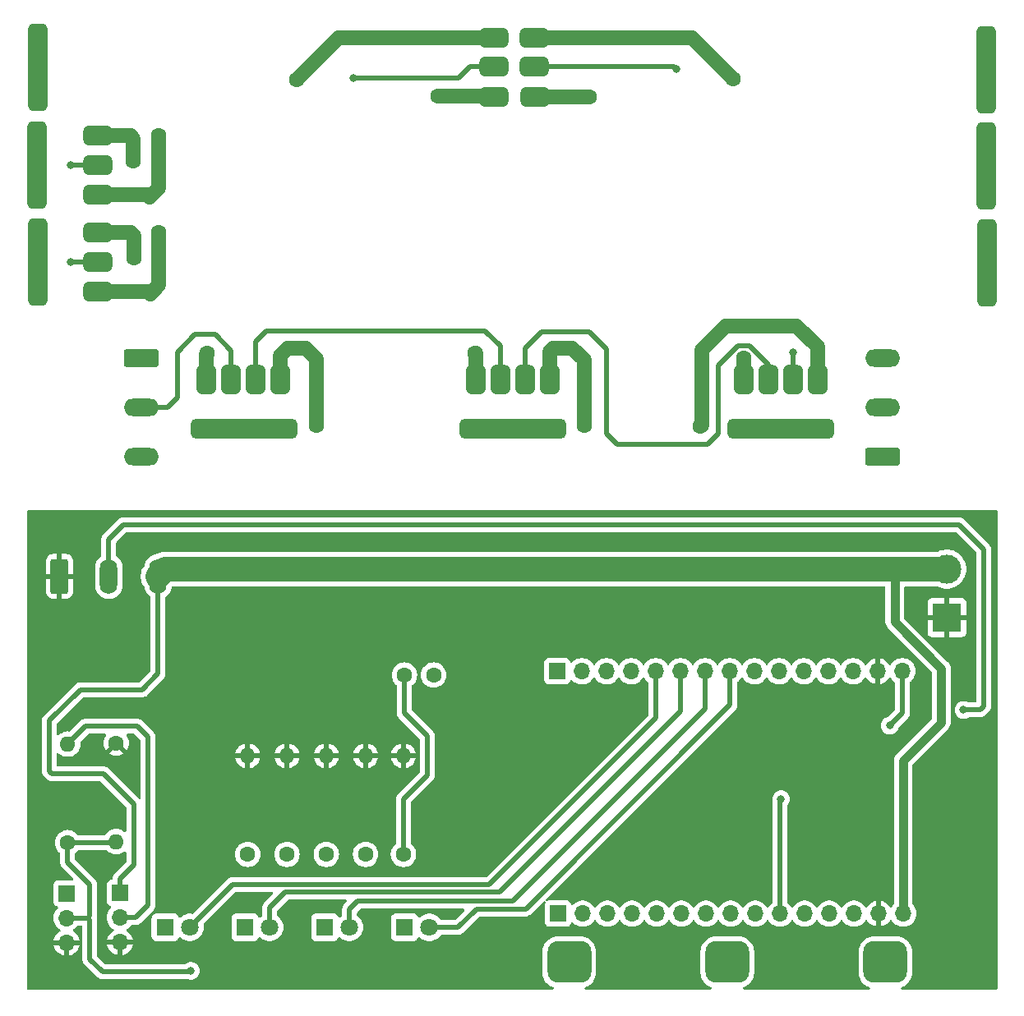
<source format=gtl>
G04 #@! TF.GenerationSoftware,KiCad,Pcbnew,8.0.6*
G04 #@! TF.CreationDate,2024-10-16T19:18:14+02:00*
G04 #@! TF.ProjectId,esp_music_vis,6573705f-6d75-4736-9963-5f7669732e6b,rev?*
G04 #@! TF.SameCoordinates,Original*
G04 #@! TF.FileFunction,Copper,L1,Top*
G04 #@! TF.FilePolarity,Positive*
%FSLAX46Y46*%
G04 Gerber Fmt 4.6, Leading zero omitted, Abs format (unit mm)*
G04 Created by KiCad (PCBNEW 8.0.6) date 2024-10-16 19:18:14*
%MOMM*%
%LPD*%
G01*
G04 APERTURE LIST*
G04 Aperture macros list*
%AMRoundRect*
0 Rectangle with rounded corners*
0 $1 Rounding radius*
0 $2 $3 $4 $5 $6 $7 $8 $9 X,Y pos of 4 corners*
0 Add a 4 corners polygon primitive as box body*
4,1,4,$2,$3,$4,$5,$6,$7,$8,$9,$2,$3,0*
0 Add four circle primitives for the rounded corners*
1,1,$1+$1,$2,$3*
1,1,$1+$1,$4,$5*
1,1,$1+$1,$6,$7*
1,1,$1+$1,$8,$9*
0 Add four rect primitives between the rounded corners*
20,1,$1+$1,$2,$3,$4,$5,0*
20,1,$1+$1,$4,$5,$6,$7,0*
20,1,$1+$1,$6,$7,$8,$9,0*
20,1,$1+$1,$8,$9,$2,$3,0*%
G04 Aperture macros list end*
G04 #@! TA.AperFunction,SMDPad,CuDef*
%ADD10RoundRect,1.062500X-1.187500X-1.062500X1.187500X-1.062500X1.187500X1.062500X-1.187500X1.062500X0*%
G04 #@! TD*
G04 #@! TA.AperFunction,SMDPad,CuDef*
%ADD11RoundRect,0.500000X0.500000X-4.000000X0.500000X4.000000X-0.500000X4.000000X-0.500000X-4.000000X0*%
G04 #@! TD*
G04 #@! TA.AperFunction,SMDPad,CuDef*
%ADD12RoundRect,0.500000X-1.000000X0.500000X-1.000000X-0.500000X1.000000X-0.500000X1.000000X0.500000X0*%
G04 #@! TD*
G04 #@! TA.AperFunction,SMDPad,CuDef*
%ADD13RoundRect,0.500000X-0.500000X-1.000000X0.500000X-1.000000X0.500000X1.000000X-0.500000X1.000000X0*%
G04 #@! TD*
G04 #@! TA.AperFunction,SMDPad,CuDef*
%ADD14RoundRect,0.500000X-5.000000X-0.500000X5.000000X-0.500000X5.000000X0.500000X-5.000000X0.500000X0*%
G04 #@! TD*
G04 #@! TA.AperFunction,ComponentPad*
%ADD15RoundRect,0.250000X-1.550000X0.650000X-1.550000X-0.650000X1.550000X-0.650000X1.550000X0.650000X0*%
G04 #@! TD*
G04 #@! TA.AperFunction,ComponentPad*
%ADD16O,3.600000X1.800000*%
G04 #@! TD*
G04 #@! TA.AperFunction,ComponentPad*
%ADD17R,1.700000X1.700000*%
G04 #@! TD*
G04 #@! TA.AperFunction,ComponentPad*
%ADD18O,1.700000X1.700000*%
G04 #@! TD*
G04 #@! TA.AperFunction,ComponentPad*
%ADD19C,1.600000*%
G04 #@! TD*
G04 #@! TA.AperFunction,ComponentPad*
%ADD20O,1.600000X1.600000*%
G04 #@! TD*
G04 #@! TA.AperFunction,ComponentPad*
%ADD21R,3.000000X3.000000*%
G04 #@! TD*
G04 #@! TA.AperFunction,ComponentPad*
%ADD22C,3.000000*%
G04 #@! TD*
G04 #@! TA.AperFunction,ComponentPad*
%ADD23R,1.800000X1.800000*%
G04 #@! TD*
G04 #@! TA.AperFunction,ComponentPad*
%ADD24C,1.800000*%
G04 #@! TD*
G04 #@! TA.AperFunction,ComponentPad*
%ADD25RoundRect,0.250000X1.550000X-0.650000X1.550000X0.650000X-1.550000X0.650000X-1.550000X-0.650000X0*%
G04 #@! TD*
G04 #@! TA.AperFunction,ComponentPad*
%ADD26RoundRect,0.250000X-0.650000X-1.550000X0.650000X-1.550000X0.650000X1.550000X-0.650000X1.550000X0*%
G04 #@! TD*
G04 #@! TA.AperFunction,ComponentPad*
%ADD27O,1.800000X3.600000*%
G04 #@! TD*
G04 #@! TA.AperFunction,ViaPad*
%ADD28C,0.800000*%
G04 #@! TD*
G04 #@! TA.AperFunction,ViaPad*
%ADD29C,1.600000*%
G04 #@! TD*
G04 #@! TA.AperFunction,Conductor*
%ADD30C,0.508000*%
G04 #@! TD*
G04 #@! TA.AperFunction,Conductor*
%ADD31C,0.889000*%
G04 #@! TD*
G04 #@! TA.AperFunction,Conductor*
%ADD32C,2.540000*%
G04 #@! TD*
G04 #@! TA.AperFunction,Conductor*
%ADD33C,1.524000*%
G04 #@! TD*
G04 APERTURE END LIST*
D10*
X138450000Y-147200000D03*
X122162500Y-147200000D03*
X105875000Y-147200000D03*
D11*
X148875000Y-55200000D03*
X51100000Y-55000000D03*
D12*
X102300000Y-51900000D03*
X102325000Y-58000000D03*
X102300000Y-54900000D03*
X98125000Y-58000000D03*
X98100000Y-51900000D03*
X98100000Y-54900000D03*
D11*
X148875000Y-65100000D03*
D12*
X57275000Y-65000000D03*
X57300000Y-68100000D03*
X57275000Y-62000000D03*
D11*
X51075000Y-65000000D03*
D12*
X57300000Y-75000000D03*
X57300000Y-72000000D03*
X57325000Y-78100000D03*
D11*
X148900000Y-75100000D03*
X51100000Y-75000000D03*
D13*
X126400000Y-87125000D03*
X128900000Y-87100000D03*
D14*
X127700000Y-92250000D03*
D13*
X131450000Y-87100000D03*
X123850000Y-87125000D03*
D14*
X100100000Y-92250000D03*
D13*
X103850000Y-87100000D03*
X96250000Y-87125000D03*
X98800000Y-87125000D03*
X101300000Y-87100000D03*
X73550000Y-87100000D03*
X68500000Y-87125000D03*
X71050000Y-87125000D03*
X76100000Y-87100000D03*
D14*
X72350000Y-92250000D03*
D15*
X61800000Y-84900000D03*
D16*
X61800000Y-89980000D03*
X61800000Y-95060000D03*
D17*
X54100000Y-140100000D03*
D18*
X54100000Y-142640000D03*
X54100000Y-145180000D03*
D19*
X84900000Y-136080000D03*
D20*
X84900000Y-125920000D03*
D19*
X54200000Y-134880000D03*
D20*
X54200000Y-124720000D03*
D19*
X59200000Y-124620000D03*
D20*
X59200000Y-134780000D03*
D21*
X144780000Y-111680000D03*
D22*
X144780000Y-106680000D03*
D23*
X88925000Y-143600000D03*
D24*
X91465000Y-143600000D03*
D19*
X88800000Y-136080000D03*
D20*
X88800000Y-125920000D03*
D23*
X72481666Y-143600000D03*
D24*
X75021666Y-143600000D03*
D17*
X59600000Y-140060000D03*
D18*
X59600000Y-142600000D03*
X59600000Y-145140000D03*
D19*
X72750000Y-136080000D03*
D20*
X72750000Y-125920000D03*
D19*
X91900000Y-117600000D03*
X88900000Y-117600000D03*
D16*
X138200000Y-84940000D03*
X138200000Y-90020000D03*
D25*
X138200000Y-95100000D03*
D26*
X53357500Y-107422500D03*
D27*
X58437500Y-107422500D03*
X63517500Y-107422500D03*
D23*
X80703332Y-143600000D03*
D24*
X83243332Y-143600000D03*
D19*
X80850000Y-136080000D03*
D20*
X80850000Y-125920000D03*
D23*
X64260000Y-143600000D03*
D24*
X66800000Y-143600000D03*
D19*
X76800000Y-136080000D03*
D20*
X76800000Y-125920000D03*
D18*
X140200000Y-117200000D03*
X137660000Y-117200000D03*
X135120000Y-117200000D03*
X132580000Y-117200000D03*
X130040000Y-117200000D03*
X127500000Y-117200000D03*
X124960000Y-117200000D03*
X122420000Y-117200000D03*
X119880000Y-117200000D03*
X117340000Y-117200000D03*
X114800000Y-117200000D03*
X112260000Y-117200000D03*
X109720000Y-117200000D03*
X107180000Y-117200000D03*
D17*
X104640000Y-117200000D03*
D18*
X140280000Y-142200000D03*
X137740000Y-142200000D03*
X135200000Y-142200000D03*
X132660000Y-142200000D03*
X130120000Y-142200000D03*
X127580000Y-142200000D03*
X125040000Y-142200000D03*
X122500000Y-142200000D03*
X119960000Y-142200000D03*
X117420000Y-142200000D03*
X114880000Y-142200000D03*
X112340000Y-142200000D03*
X109800000Y-142200000D03*
X107260000Y-142200000D03*
D17*
X104720000Y-142200000D03*
D28*
X138900000Y-122800000D03*
X146500000Y-121200000D03*
X127700000Y-130400000D03*
X138500000Y-146000000D03*
X122200000Y-145900000D03*
X106000000Y-145800000D03*
X66900000Y-148100000D03*
X116950000Y-55150000D03*
D29*
X122750000Y-56150000D03*
X107900000Y-58000000D03*
X77800000Y-56200000D03*
X92400000Y-57900000D03*
D28*
X83600000Y-56100000D03*
D29*
X63575000Y-62000000D03*
D28*
X54475000Y-65000000D03*
D29*
X60975000Y-64600000D03*
D28*
X54500000Y-75000000D03*
D29*
X61000000Y-74600000D03*
X63600000Y-72000000D03*
D28*
X128900000Y-84300000D03*
D29*
X107400000Y-91900000D03*
X119400000Y-92000000D03*
X79800000Y-91900000D03*
X68600000Y-84400000D03*
X96200000Y-84400000D03*
X123850000Y-84900000D03*
D30*
X127580000Y-130520000D02*
X127580000Y-142200000D01*
X127700000Y-130400000D02*
X127580000Y-130520000D01*
X140200000Y-121500000D02*
X140200000Y-117200000D01*
X138900000Y-122800000D02*
X140200000Y-121500000D01*
X148200000Y-121200000D02*
X146500000Y-121200000D01*
D31*
X139400000Y-106880000D02*
X139200000Y-106680000D01*
X139400000Y-112100000D02*
X139400000Y-106880000D01*
X144200000Y-116900000D02*
X139400000Y-112100000D01*
X144200000Y-122500000D02*
X144200000Y-116900000D01*
X140280000Y-126420000D02*
X144200000Y-122500000D01*
X140280000Y-142200000D02*
X140280000Y-126420000D01*
D32*
X139200000Y-106680000D02*
X64260000Y-106680000D01*
X144780000Y-106680000D02*
X139200000Y-106680000D01*
D30*
X148590000Y-120810000D02*
X148200000Y-121200000D01*
X148590000Y-104648000D02*
X148590000Y-120810000D01*
X59944000Y-102108000D02*
X146050000Y-102108000D01*
X146050000Y-102108000D02*
X148590000Y-104648000D01*
X58437500Y-103614500D02*
X59944000Y-102108000D01*
X58437500Y-107422500D02*
X58437500Y-103614500D01*
X138450000Y-146050000D02*
X138500000Y-146000000D01*
X138450000Y-147200000D02*
X138450000Y-146050000D01*
X122162500Y-147200000D02*
X122162500Y-145937500D01*
X122162500Y-145937500D02*
X122200000Y-145900000D01*
X105875000Y-145925000D02*
X106000000Y-145800000D01*
X105875000Y-147200000D02*
X105875000Y-145925000D01*
X63517500Y-117482500D02*
X63517500Y-107422500D01*
X61900000Y-119100000D02*
X63517500Y-117482500D01*
X52300000Y-122300000D02*
X55500000Y-119100000D01*
X55500000Y-119100000D02*
X61900000Y-119100000D01*
X52300000Y-127500000D02*
X52300000Y-122300000D01*
X52600000Y-127800000D02*
X52300000Y-127500000D01*
X57900000Y-127800000D02*
X52600000Y-127800000D01*
X61000000Y-130900000D02*
X57900000Y-127800000D01*
X61000000Y-137200000D02*
X61000000Y-130900000D01*
X59600000Y-140060000D02*
X59600000Y-138600000D01*
X59600000Y-138600000D02*
X61000000Y-137200000D01*
X91300000Y-123900000D02*
X88900000Y-121500000D01*
X88900000Y-121500000D02*
X88900000Y-117600000D01*
X91300000Y-127900000D02*
X91300000Y-123900000D01*
X88800000Y-130400000D02*
X91300000Y-127900000D01*
X88800000Y-136080000D02*
X88800000Y-130400000D01*
X66800000Y-148200000D02*
X66900000Y-148100000D01*
X56500000Y-146900000D02*
X57800000Y-148200000D01*
X56500000Y-142880000D02*
X56500000Y-146900000D01*
X56260000Y-142640000D02*
X56500000Y-142880000D01*
X57800000Y-148200000D02*
X66800000Y-148200000D01*
X61200000Y-142600000D02*
X59600000Y-142600000D01*
X62500000Y-141300000D02*
X61200000Y-142600000D01*
X62500000Y-124000000D02*
X62500000Y-141300000D01*
X56020000Y-122900000D02*
X61400000Y-122900000D01*
X54200000Y-124720000D02*
X56020000Y-122900000D01*
X61400000Y-122900000D02*
X62500000Y-124000000D01*
X59100000Y-134880000D02*
X59200000Y-134780000D01*
X54200000Y-134880000D02*
X59100000Y-134880000D01*
X54200000Y-136900000D02*
X54200000Y-134880000D01*
X56500000Y-142400000D02*
X56500000Y-139200000D01*
X54100000Y-142640000D02*
X56260000Y-142640000D01*
X56260000Y-142640000D02*
X56500000Y-142400000D01*
X56500000Y-139200000D02*
X54200000Y-136900000D01*
X122420000Y-120680000D02*
X122420000Y-117200000D01*
X101400000Y-141700000D02*
X122420000Y-120680000D01*
X96300000Y-141700000D02*
X101400000Y-141700000D01*
X94400000Y-143600000D02*
X96300000Y-141700000D01*
X91465000Y-143600000D02*
X94400000Y-143600000D01*
X100100000Y-140900000D02*
X119880000Y-121120000D01*
X119880000Y-121120000D02*
X119880000Y-117200000D01*
X84100000Y-140900000D02*
X100100000Y-140900000D01*
X83243332Y-143600000D02*
X83243332Y-141756668D01*
X83243332Y-141756668D02*
X84100000Y-140900000D01*
X97600000Y-139200000D02*
X114800000Y-122000000D01*
X71200000Y-139200000D02*
X97600000Y-139200000D01*
X114800000Y-122000000D02*
X114800000Y-117200000D01*
X66800000Y-143600000D02*
X71200000Y-139200000D01*
D33*
X122750000Y-56150000D02*
X118500000Y-51900000D01*
X118500000Y-51900000D02*
X102300000Y-51900000D01*
X107900000Y-58000000D02*
X102325000Y-58000000D01*
X82100000Y-51900000D02*
X98100000Y-51900000D01*
X77800000Y-56200000D02*
X82100000Y-51900000D01*
X98025000Y-57900000D02*
X98125000Y-58000000D01*
X92400000Y-57900000D02*
X98025000Y-57900000D01*
D30*
X95700000Y-54900000D02*
X98100000Y-54900000D01*
X94500000Y-56100000D02*
X95700000Y-54900000D01*
X83600000Y-56100000D02*
X94500000Y-56100000D01*
D33*
X63575000Y-62000000D02*
X63575000Y-67400000D01*
X62675000Y-68300000D02*
X62475000Y-68100000D01*
X63575000Y-67400000D02*
X62675000Y-68300000D01*
X60975000Y-62300000D02*
X60675000Y-62000000D01*
X60975000Y-64600000D02*
X60975000Y-62300000D01*
X62475000Y-68100000D02*
X57300000Y-68100000D01*
X60675000Y-62000000D02*
X57275000Y-62000000D01*
D30*
X54475000Y-65000000D02*
X57275000Y-65000000D01*
X54500000Y-75000000D02*
X57300000Y-75000000D01*
D33*
X62500000Y-78100000D02*
X57325000Y-78100000D01*
X62700000Y-78300000D02*
X62500000Y-78100000D01*
X63600000Y-77400000D02*
X62700000Y-78300000D01*
X63600000Y-72000000D02*
X63600000Y-77400000D01*
D30*
X65500000Y-89000000D02*
X64520000Y-89980000D01*
X67300000Y-82500000D02*
X65500000Y-84300000D01*
X65500000Y-84300000D02*
X65500000Y-89000000D01*
X69400000Y-82500000D02*
X67300000Y-82500000D01*
X64520000Y-89980000D02*
X61800000Y-89980000D01*
X71050000Y-87125000D02*
X71050000Y-84150000D01*
X71050000Y-84150000D02*
X69400000Y-82500000D01*
X73600000Y-83700000D02*
X73550000Y-83750000D01*
X73600000Y-83200000D02*
X73600000Y-83700000D01*
X74700000Y-82100000D02*
X73600000Y-83200000D01*
X97200000Y-82100000D02*
X74700000Y-82100000D01*
X98800000Y-83700000D02*
X97200000Y-82100000D01*
X73550000Y-83750000D02*
X73550000Y-87100000D01*
X98800000Y-87125000D02*
X98800000Y-83700000D01*
X101300000Y-83900000D02*
X101300000Y-87100000D01*
X103000000Y-82200000D02*
X101300000Y-83900000D01*
X107900000Y-82200000D02*
X103000000Y-82200000D01*
X109700000Y-84000000D02*
X107900000Y-82200000D01*
X109700000Y-92700000D02*
X109700000Y-84000000D01*
X110800000Y-93800000D02*
X109700000Y-92700000D01*
X123270000Y-83646000D02*
X121200000Y-85716000D01*
X120100000Y-93800000D02*
X110800000Y-93800000D01*
X124421000Y-83646000D02*
X123270000Y-83646000D01*
X121200000Y-92700000D02*
X120100000Y-93800000D01*
X126400000Y-85625000D02*
X124421000Y-83646000D01*
X126400000Y-87125000D02*
X126400000Y-85625000D01*
X121200000Y-85716000D02*
X121200000Y-92700000D01*
D33*
X123850000Y-84900000D02*
X123850000Y-87125000D01*
D30*
X128900000Y-87100000D02*
X128900000Y-84300000D01*
D33*
X76900000Y-83900000D02*
X76100000Y-84700000D01*
X78700000Y-83900000D02*
X76900000Y-83900000D01*
X76100000Y-84700000D02*
X76100000Y-87100000D01*
X79800000Y-85000000D02*
X78700000Y-83900000D01*
X79800000Y-91900000D02*
X79800000Y-85000000D01*
X103850000Y-84250000D02*
X103850000Y-87100000D01*
X104200000Y-83900000D02*
X103850000Y-84250000D01*
X106200000Y-83900000D02*
X104200000Y-83900000D01*
X107400000Y-85100000D02*
X106200000Y-83900000D01*
X107400000Y-91900000D02*
X107400000Y-85100000D01*
X119500000Y-84100000D02*
X122000000Y-81600000D01*
X129300000Y-81600000D02*
X131450000Y-83750000D01*
X119400000Y-92000000D02*
X119500000Y-91900000D01*
X119500000Y-91900000D02*
X119500000Y-84100000D01*
X122000000Y-81600000D02*
X129300000Y-81600000D01*
X131450000Y-83750000D02*
X131450000Y-87100000D01*
X68500000Y-84500000D02*
X68600000Y-84400000D01*
X68500000Y-87125000D02*
X68500000Y-84500000D01*
X96250000Y-84450000D02*
X96200000Y-84400000D01*
X96250000Y-87125000D02*
X96250000Y-84450000D01*
D32*
X64260000Y-106680000D02*
X63517500Y-107422500D01*
D33*
X61000000Y-72300000D02*
X60700000Y-72000000D01*
X61000000Y-74600000D02*
X61000000Y-72300000D01*
X60700000Y-72000000D02*
X57300000Y-72000000D01*
D30*
X116950000Y-55150000D02*
X116700000Y-54900000D01*
X116700000Y-54900000D02*
X102300000Y-54900000D01*
X98700000Y-140000000D02*
X117340000Y-121360000D01*
X76600000Y-140000000D02*
X98700000Y-140000000D01*
X117340000Y-121360000D02*
X117340000Y-117200000D01*
X75021666Y-143600000D02*
X75021666Y-141578334D01*
X75021666Y-141578334D02*
X76600000Y-140000000D01*
G04 #@! TA.AperFunction,Conductor*
G36*
X58112279Y-123682185D02*
G01*
X58158034Y-123734989D01*
X58167978Y-123804147D01*
X58146815Y-123857624D01*
X58069865Y-123967517D01*
X57973734Y-124173673D01*
X57973730Y-124173682D01*
X57914860Y-124393389D01*
X57914858Y-124393400D01*
X57895034Y-124619997D01*
X57895034Y-124620002D01*
X57914858Y-124846599D01*
X57914860Y-124846610D01*
X57973730Y-125066317D01*
X57973735Y-125066331D01*
X58069863Y-125272478D01*
X58120974Y-125345472D01*
X58800000Y-124666446D01*
X58800000Y-124672661D01*
X58827259Y-124774394D01*
X58879920Y-124865606D01*
X58954394Y-124940080D01*
X59045606Y-124992741D01*
X59147339Y-125020000D01*
X59153553Y-125020000D01*
X58474526Y-125699025D01*
X58547513Y-125750132D01*
X58547521Y-125750136D01*
X58753668Y-125846264D01*
X58753682Y-125846269D01*
X58973389Y-125905139D01*
X58973400Y-125905141D01*
X59199998Y-125924966D01*
X59200002Y-125924966D01*
X59426599Y-125905141D01*
X59426610Y-125905139D01*
X59646317Y-125846269D01*
X59646331Y-125846264D01*
X59852478Y-125750136D01*
X59925471Y-125699024D01*
X59246447Y-125020000D01*
X59252661Y-125020000D01*
X59354394Y-124992741D01*
X59445606Y-124940080D01*
X59520080Y-124865606D01*
X59572741Y-124774394D01*
X59600000Y-124672661D01*
X59600000Y-124666447D01*
X60279024Y-125345471D01*
X60330136Y-125272478D01*
X60426264Y-125066331D01*
X60426269Y-125066317D01*
X60485139Y-124846610D01*
X60485141Y-124846599D01*
X60504966Y-124620002D01*
X60504966Y-124619997D01*
X60485141Y-124393400D01*
X60485139Y-124393389D01*
X60426269Y-124173682D01*
X60426265Y-124173673D01*
X60330134Y-123967517D01*
X60253185Y-123857624D01*
X60230858Y-123791418D01*
X60247868Y-123723650D01*
X60298816Y-123675837D01*
X60354760Y-123662500D01*
X61032800Y-123662500D01*
X61099839Y-123682185D01*
X61120481Y-123698819D01*
X61701181Y-124279519D01*
X61734666Y-124340842D01*
X61737500Y-124367200D01*
X61737500Y-130259799D01*
X61717815Y-130326838D01*
X61665011Y-130372593D01*
X61595853Y-130382537D01*
X61532297Y-130353512D01*
X61525819Y-130347480D01*
X58386069Y-127207730D01*
X58372812Y-127198872D01*
X58261179Y-127124282D01*
X58122413Y-127066803D01*
X58122407Y-127066801D01*
X57975102Y-127037500D01*
X57975100Y-127037500D01*
X53186500Y-127037500D01*
X53119461Y-127017815D01*
X53073706Y-126965011D01*
X53062500Y-126913500D01*
X53062500Y-125732360D01*
X53082185Y-125665321D01*
X53134989Y-125619566D01*
X53204147Y-125609622D01*
X53267703Y-125638647D01*
X53274181Y-125644679D01*
X53355700Y-125726198D01*
X53543251Y-125857523D01*
X53564302Y-125867339D01*
X53750750Y-125954281D01*
X53750752Y-125954281D01*
X53750757Y-125954284D01*
X53971913Y-126013543D01*
X54134832Y-126027796D01*
X54199998Y-126033498D01*
X54200000Y-126033498D01*
X54200002Y-126033498D01*
X54257021Y-126028509D01*
X54428087Y-126013543D01*
X54649243Y-125954284D01*
X54856749Y-125857523D01*
X55044300Y-125726198D01*
X55206198Y-125564300D01*
X55337523Y-125376749D01*
X55434284Y-125169243D01*
X55493543Y-124948087D01*
X55513498Y-124720000D01*
X55499618Y-124561357D01*
X55513384Y-124492860D01*
X55535462Y-124462874D01*
X56299519Y-123698819D01*
X56360842Y-123665334D01*
X56387200Y-123662500D01*
X58045240Y-123662500D01*
X58112279Y-123682185D01*
G37*
G04 #@! TD.AperFunction*
G04 #@! TA.AperFunction,Conductor*
G36*
X149943039Y-100619685D02*
G01*
X149988794Y-100672489D01*
X150000000Y-100724000D01*
X150000000Y-149848638D01*
X149980315Y-149915677D01*
X149963681Y-149936319D01*
X149936319Y-149963681D01*
X149874996Y-149997166D01*
X149848638Y-150000000D01*
X140168297Y-150000000D01*
X140101258Y-149980315D01*
X140055503Y-149927511D01*
X140045559Y-149858353D01*
X140074584Y-149794797D01*
X140122000Y-149760967D01*
X140193914Y-149732023D01*
X140341704Y-149672543D01*
X140558772Y-149541322D01*
X140751979Y-149376979D01*
X140916322Y-149183772D01*
X141047543Y-148966704D01*
X141142246Y-148731398D01*
X141197976Y-148483947D01*
X141208500Y-148334890D01*
X141208500Y-146065110D01*
X141197976Y-145916053D01*
X141142246Y-145668602D01*
X141047543Y-145433296D01*
X140979885Y-145321376D01*
X140916329Y-145216239D01*
X140916326Y-145216236D01*
X140916322Y-145216228D01*
X140907474Y-145205826D01*
X140751981Y-145023022D01*
X140751977Y-145023018D01*
X140558782Y-144858686D01*
X140558777Y-144858683D01*
X140558772Y-144858678D01*
X140558766Y-144858674D01*
X140558760Y-144858670D01*
X140341709Y-144727460D01*
X140341700Y-144727455D01*
X140106402Y-144632755D01*
X140106395Y-144632753D01*
X139858952Y-144577025D01*
X139858942Y-144577023D01*
X139709892Y-144566500D01*
X139709890Y-144566500D01*
X137190110Y-144566500D01*
X137190107Y-144566500D01*
X137041057Y-144577023D01*
X137041047Y-144577025D01*
X136793604Y-144632753D01*
X136793597Y-144632755D01*
X136558299Y-144727455D01*
X136558290Y-144727460D01*
X136341239Y-144858670D01*
X136341217Y-144858686D01*
X136148022Y-145023018D01*
X136148018Y-145023022D01*
X135983686Y-145216217D01*
X135983670Y-145216239D01*
X135852460Y-145433290D01*
X135852455Y-145433299D01*
X135757755Y-145668597D01*
X135757753Y-145668604D01*
X135702025Y-145916047D01*
X135702023Y-145916057D01*
X135691500Y-146065107D01*
X135691500Y-148334892D01*
X135702023Y-148483942D01*
X135702025Y-148483952D01*
X135757753Y-148731395D01*
X135757755Y-148731402D01*
X135852455Y-148966700D01*
X135852460Y-148966709D01*
X135983670Y-149183760D01*
X135983674Y-149183766D01*
X135983678Y-149183772D01*
X135983683Y-149183777D01*
X135983686Y-149183782D01*
X136148018Y-149376977D01*
X136148022Y-149376981D01*
X136341217Y-149541313D01*
X136341228Y-149541322D01*
X136341236Y-149541326D01*
X136341239Y-149541329D01*
X136446376Y-149604885D01*
X136558296Y-149672543D01*
X136648677Y-149708918D01*
X136778000Y-149760967D01*
X136832842Y-149804258D01*
X136855573Y-149870327D01*
X136838976Y-149938197D01*
X136788321Y-149986320D01*
X136731703Y-150000000D01*
X123880797Y-150000000D01*
X123813758Y-149980315D01*
X123768003Y-149927511D01*
X123758059Y-149858353D01*
X123787084Y-149794797D01*
X123834500Y-149760967D01*
X123906414Y-149732023D01*
X124054204Y-149672543D01*
X124271272Y-149541322D01*
X124464479Y-149376979D01*
X124628822Y-149183772D01*
X124760043Y-148966704D01*
X124854746Y-148731398D01*
X124910476Y-148483947D01*
X124921000Y-148334890D01*
X124921000Y-146065110D01*
X124910476Y-145916053D01*
X124854746Y-145668602D01*
X124760043Y-145433296D01*
X124692385Y-145321376D01*
X124628829Y-145216239D01*
X124628826Y-145216236D01*
X124628822Y-145216228D01*
X124619974Y-145205826D01*
X124464481Y-145023022D01*
X124464477Y-145023018D01*
X124271282Y-144858686D01*
X124271277Y-144858683D01*
X124271272Y-144858678D01*
X124271266Y-144858674D01*
X124271260Y-144858670D01*
X124054209Y-144727460D01*
X124054200Y-144727455D01*
X123818902Y-144632755D01*
X123818895Y-144632753D01*
X123571452Y-144577025D01*
X123571442Y-144577023D01*
X123422392Y-144566500D01*
X123422390Y-144566500D01*
X120902610Y-144566500D01*
X120902607Y-144566500D01*
X120753557Y-144577023D01*
X120753547Y-144577025D01*
X120506104Y-144632753D01*
X120506097Y-144632755D01*
X120270799Y-144727455D01*
X120270790Y-144727460D01*
X120053739Y-144858670D01*
X120053717Y-144858686D01*
X119860522Y-145023018D01*
X119860518Y-145023022D01*
X119696186Y-145216217D01*
X119696170Y-145216239D01*
X119564960Y-145433290D01*
X119564955Y-145433299D01*
X119470255Y-145668597D01*
X119470253Y-145668604D01*
X119414525Y-145916047D01*
X119414523Y-145916057D01*
X119404000Y-146065107D01*
X119404000Y-148334892D01*
X119414523Y-148483942D01*
X119414525Y-148483952D01*
X119470253Y-148731395D01*
X119470255Y-148731402D01*
X119564955Y-148966700D01*
X119564960Y-148966709D01*
X119696170Y-149183760D01*
X119696174Y-149183766D01*
X119696178Y-149183772D01*
X119696183Y-149183777D01*
X119696186Y-149183782D01*
X119860518Y-149376977D01*
X119860522Y-149376981D01*
X120053717Y-149541313D01*
X120053728Y-149541322D01*
X120053736Y-149541326D01*
X120053739Y-149541329D01*
X120158876Y-149604885D01*
X120270796Y-149672543D01*
X120361177Y-149708918D01*
X120490500Y-149760967D01*
X120545342Y-149804258D01*
X120568073Y-149870327D01*
X120551476Y-149938197D01*
X120500821Y-149986320D01*
X120444203Y-150000000D01*
X107593297Y-150000000D01*
X107526258Y-149980315D01*
X107480503Y-149927511D01*
X107470559Y-149858353D01*
X107499584Y-149794797D01*
X107547000Y-149760967D01*
X107618914Y-149732023D01*
X107766704Y-149672543D01*
X107983772Y-149541322D01*
X108176979Y-149376979D01*
X108341322Y-149183772D01*
X108472543Y-148966704D01*
X108567246Y-148731398D01*
X108622976Y-148483947D01*
X108633500Y-148334890D01*
X108633500Y-146065110D01*
X108622976Y-145916053D01*
X108567246Y-145668602D01*
X108472543Y-145433296D01*
X108404885Y-145321376D01*
X108341329Y-145216239D01*
X108341326Y-145216236D01*
X108341322Y-145216228D01*
X108332474Y-145205826D01*
X108176981Y-145023022D01*
X108176977Y-145023018D01*
X107983782Y-144858686D01*
X107983777Y-144858683D01*
X107983772Y-144858678D01*
X107983766Y-144858674D01*
X107983760Y-144858670D01*
X107766709Y-144727460D01*
X107766700Y-144727455D01*
X107531402Y-144632755D01*
X107531395Y-144632753D01*
X107283952Y-144577025D01*
X107283942Y-144577023D01*
X107134892Y-144566500D01*
X107134890Y-144566500D01*
X104615110Y-144566500D01*
X104615107Y-144566500D01*
X104466057Y-144577023D01*
X104466047Y-144577025D01*
X104218604Y-144632753D01*
X104218597Y-144632755D01*
X103983299Y-144727455D01*
X103983290Y-144727460D01*
X103766239Y-144858670D01*
X103766217Y-144858686D01*
X103573022Y-145023018D01*
X103573018Y-145023022D01*
X103408686Y-145216217D01*
X103408670Y-145216239D01*
X103277460Y-145433290D01*
X103277455Y-145433299D01*
X103182755Y-145668597D01*
X103182753Y-145668604D01*
X103127025Y-145916047D01*
X103127023Y-145916057D01*
X103116500Y-146065107D01*
X103116500Y-148334892D01*
X103127023Y-148483942D01*
X103127025Y-148483952D01*
X103182753Y-148731395D01*
X103182755Y-148731402D01*
X103277455Y-148966700D01*
X103277460Y-148966709D01*
X103408670Y-149183760D01*
X103408674Y-149183766D01*
X103408678Y-149183772D01*
X103408683Y-149183777D01*
X103408686Y-149183782D01*
X103573018Y-149376977D01*
X103573022Y-149376981D01*
X103766217Y-149541313D01*
X103766228Y-149541322D01*
X103766236Y-149541326D01*
X103766239Y-149541329D01*
X103871376Y-149604885D01*
X103983296Y-149672543D01*
X104073677Y-149708918D01*
X104203000Y-149760967D01*
X104257842Y-149804258D01*
X104280573Y-149870327D01*
X104263976Y-149938197D01*
X104213321Y-149986320D01*
X104156703Y-150000000D01*
X50124000Y-150000000D01*
X50056961Y-149980315D01*
X50011206Y-149927511D01*
X50000000Y-149876000D01*
X50000000Y-127575102D01*
X51537499Y-127575102D01*
X51566801Y-127722407D01*
X51566803Y-127722413D01*
X51624281Y-127861177D01*
X51707730Y-127986069D01*
X52113930Y-128392269D01*
X52113933Y-128392271D01*
X52113935Y-128392273D01*
X52238821Y-128475718D01*
X52377587Y-128533197D01*
X52377591Y-128533197D01*
X52377592Y-128533198D01*
X52524897Y-128562500D01*
X52524900Y-128562500D01*
X57532800Y-128562500D01*
X57599839Y-128582185D01*
X57620481Y-128598819D01*
X60201181Y-131179519D01*
X60234666Y-131240842D01*
X60237500Y-131267200D01*
X60237500Y-133670881D01*
X60217815Y-133737920D01*
X60165011Y-133783675D01*
X60095853Y-133793619D01*
X60042379Y-133772457D01*
X59856749Y-133642477D01*
X59856745Y-133642475D01*
X59649249Y-133545718D01*
X59649238Y-133545714D01*
X59428089Y-133486457D01*
X59428081Y-133486456D01*
X59200002Y-133466502D01*
X59199998Y-133466502D01*
X58971918Y-133486456D01*
X58971910Y-133486457D01*
X58750761Y-133545714D01*
X58750750Y-133545718D01*
X58543254Y-133642475D01*
X58543252Y-133642476D01*
X58543251Y-133642477D01*
X58355700Y-133773802D01*
X58355698Y-133773803D01*
X58355695Y-133773806D01*
X58193806Y-133935695D01*
X58193803Y-133935698D01*
X58193802Y-133935700D01*
X58103527Y-134064625D01*
X58048952Y-134108249D01*
X58001954Y-134117500D01*
X55328025Y-134117500D01*
X55260986Y-134097815D01*
X55226449Y-134064622D01*
X55206199Y-134035702D01*
X55206198Y-134035700D01*
X55044300Y-133873802D01*
X54856749Y-133742477D01*
X54856745Y-133742475D01*
X54649249Y-133645718D01*
X54649238Y-133645714D01*
X54428089Y-133586457D01*
X54428081Y-133586456D01*
X54200002Y-133566502D01*
X54199998Y-133566502D01*
X53971918Y-133586456D01*
X53971910Y-133586457D01*
X53750761Y-133645714D01*
X53750750Y-133645718D01*
X53543254Y-133742475D01*
X53543252Y-133742476D01*
X53543251Y-133742477D01*
X53355700Y-133873802D01*
X53355698Y-133873803D01*
X53355695Y-133873806D01*
X53193806Y-134035695D01*
X53193803Y-134035698D01*
X53193802Y-134035700D01*
X53136525Y-134117500D01*
X53062476Y-134223252D01*
X53062475Y-134223254D01*
X52965718Y-134430750D01*
X52965714Y-134430761D01*
X52906457Y-134651910D01*
X52906456Y-134651918D01*
X52886502Y-134879998D01*
X52886502Y-134880001D01*
X52906456Y-135108081D01*
X52906457Y-135108089D01*
X52965714Y-135329238D01*
X52965718Y-135329249D01*
X53062475Y-135536745D01*
X53062477Y-135536749D01*
X53193802Y-135724300D01*
X53355700Y-135886198D01*
X53384622Y-135906449D01*
X53428248Y-135961026D01*
X53437500Y-136008025D01*
X53437500Y-136975100D01*
X53437500Y-136975102D01*
X53437499Y-136975102D01*
X53459599Y-137086198D01*
X53459599Y-137086199D01*
X53466800Y-137122406D01*
X53466802Y-137122411D01*
X53466803Y-137122413D01*
X53524282Y-137261179D01*
X53607727Y-137386065D01*
X53607730Y-137386069D01*
X53607731Y-137386070D01*
X54751481Y-138529819D01*
X54784966Y-138591142D01*
X54779982Y-138660834D01*
X54738110Y-138716767D01*
X54672646Y-138741184D01*
X54663800Y-138741500D01*
X53201345Y-138741500D01*
X53140797Y-138748011D01*
X53140795Y-138748011D01*
X53003795Y-138799111D01*
X52886739Y-138886739D01*
X52799111Y-139003795D01*
X52748011Y-139140795D01*
X52748011Y-139140797D01*
X52741500Y-139201345D01*
X52741500Y-140998654D01*
X52748011Y-141059202D01*
X52748011Y-141059204D01*
X52786311Y-141161886D01*
X52799111Y-141196204D01*
X52886739Y-141313261D01*
X53003796Y-141400889D01*
X53051696Y-141418755D01*
X53121595Y-141444827D01*
X53177528Y-141486699D01*
X53201944Y-141552163D01*
X53187092Y-141620436D01*
X53169490Y-141644991D01*
X53024279Y-141802730D01*
X53024276Y-141802734D01*
X52901140Y-141991207D01*
X52810703Y-142197385D01*
X52755436Y-142415628D01*
X52755434Y-142415640D01*
X52736844Y-142639994D01*
X52736844Y-142640005D01*
X52755434Y-142864359D01*
X52755436Y-142864371D01*
X52810703Y-143082614D01*
X52901140Y-143288792D01*
X53024276Y-143477265D01*
X53024284Y-143477276D01*
X53176756Y-143642902D01*
X53176760Y-143642906D01*
X53354424Y-143781189D01*
X53397693Y-143804605D01*
X53397695Y-143804606D01*
X53447286Y-143853825D01*
X53462394Y-143922042D01*
X53438224Y-143987597D01*
X53409802Y-144015236D01*
X53228922Y-144141890D01*
X53228920Y-144141891D01*
X53061891Y-144308920D01*
X53061886Y-144308926D01*
X52926400Y-144502420D01*
X52926399Y-144502422D01*
X52826570Y-144716507D01*
X52826567Y-144716513D01*
X52769364Y-144929999D01*
X52769364Y-144930000D01*
X53666988Y-144930000D01*
X53634075Y-144987007D01*
X53600000Y-145114174D01*
X53600000Y-145245826D01*
X53634075Y-145372993D01*
X53666988Y-145430000D01*
X52769364Y-145430000D01*
X52826567Y-145643486D01*
X52826570Y-145643492D01*
X52926399Y-145857578D01*
X53061894Y-146051082D01*
X53228917Y-146218105D01*
X53422421Y-146353600D01*
X53636507Y-146453429D01*
X53636516Y-146453433D01*
X53850000Y-146510634D01*
X53850000Y-145613012D01*
X53907007Y-145645925D01*
X54034174Y-145680000D01*
X54165826Y-145680000D01*
X54292993Y-145645925D01*
X54350000Y-145613012D01*
X54350000Y-146510633D01*
X54563483Y-146453433D01*
X54563492Y-146453429D01*
X54777578Y-146353600D01*
X54971082Y-146218105D01*
X55138105Y-146051082D01*
X55273600Y-145857578D01*
X55373429Y-145643492D01*
X55373432Y-145643486D01*
X55430636Y-145430000D01*
X54533012Y-145430000D01*
X54565925Y-145372993D01*
X54600000Y-145245826D01*
X54600000Y-145114174D01*
X54565925Y-144987007D01*
X54533012Y-144930000D01*
X55430636Y-144930000D01*
X55430635Y-144929999D01*
X55373432Y-144716513D01*
X55373429Y-144716507D01*
X55273600Y-144502422D01*
X55273599Y-144502420D01*
X55138113Y-144308926D01*
X55138108Y-144308920D01*
X54971082Y-144141894D01*
X54790197Y-144015236D01*
X54746572Y-143960659D01*
X54739380Y-143891160D01*
X54770902Y-143828806D01*
X54802300Y-143804608D01*
X54845576Y-143781189D01*
X55023240Y-143642906D01*
X55175722Y-143477268D01*
X55187867Y-143458679D01*
X55241013Y-143413322D01*
X55291676Y-143402500D01*
X55613500Y-143402500D01*
X55680539Y-143422185D01*
X55726294Y-143474989D01*
X55737500Y-143526500D01*
X55737500Y-146975100D01*
X55737500Y-146975102D01*
X55737499Y-146975102D01*
X55766801Y-147122407D01*
X55766803Y-147122413D01*
X55824282Y-147261179D01*
X55907727Y-147386065D01*
X55907730Y-147386069D01*
X57313931Y-148792270D01*
X57313939Y-148792276D01*
X57438810Y-148875712D01*
X57438813Y-148875713D01*
X57438821Y-148875719D01*
X57536943Y-148916362D01*
X57577587Y-148933197D01*
X57613661Y-148940372D01*
X57724897Y-148962500D01*
X57724900Y-148962500D01*
X57724901Y-148962500D01*
X57875100Y-148962500D01*
X66578702Y-148962500D01*
X66611309Y-148967664D01*
X66611356Y-148967443D01*
X66615572Y-148968339D01*
X66617017Y-148968568D01*
X66617709Y-148968792D01*
X66617712Y-148968794D01*
X66804513Y-149008500D01*
X66995487Y-149008500D01*
X67182288Y-148968794D01*
X67356752Y-148891118D01*
X67511253Y-148778866D01*
X67639040Y-148636944D01*
X67734527Y-148471556D01*
X67793542Y-148289928D01*
X67813504Y-148100000D01*
X67793542Y-147910072D01*
X67734527Y-147728444D01*
X67639040Y-147563056D01*
X67511253Y-147421134D01*
X67356752Y-147308882D01*
X67182288Y-147231206D01*
X67182286Y-147231205D01*
X66995487Y-147191500D01*
X66804513Y-147191500D01*
X66617714Y-147231205D01*
X66443246Y-147308883D01*
X66298817Y-147413818D01*
X66233010Y-147437298D01*
X66225931Y-147437500D01*
X58167200Y-147437500D01*
X58100161Y-147417815D01*
X58079519Y-147401181D01*
X57298819Y-146620481D01*
X57265334Y-146559158D01*
X57262500Y-146532800D01*
X57262500Y-142804897D01*
X57234511Y-142664191D01*
X57234511Y-142615805D01*
X57237655Y-142600000D01*
X57262500Y-142475100D01*
X57262500Y-139124900D01*
X57262500Y-139124897D01*
X57233198Y-138977592D01*
X57233197Y-138977591D01*
X57233197Y-138977587D01*
X57175718Y-138838821D01*
X57122458Y-138759111D01*
X57122458Y-138759110D01*
X57092271Y-138713932D01*
X54998819Y-136620480D01*
X54965334Y-136559157D01*
X54962500Y-136532799D01*
X54962500Y-136008025D01*
X54982185Y-135940986D01*
X55015376Y-135906450D01*
X55044300Y-135886198D01*
X55206198Y-135724300D01*
X55226449Y-135695377D01*
X55281026Y-135651752D01*
X55328025Y-135642500D01*
X58160640Y-135642500D01*
X58227679Y-135662185D01*
X58248321Y-135678819D01*
X58355700Y-135786198D01*
X58543251Y-135917523D01*
X58593568Y-135940986D01*
X58750750Y-136014281D01*
X58750752Y-136014281D01*
X58750757Y-136014284D01*
X58971913Y-136073543D01*
X59134832Y-136087796D01*
X59199998Y-136093498D01*
X59200000Y-136093498D01*
X59200002Y-136093498D01*
X59257021Y-136088509D01*
X59428087Y-136073543D01*
X59649243Y-136014284D01*
X59856749Y-135917523D01*
X60042379Y-135787542D01*
X60108582Y-135765216D01*
X60176349Y-135782226D01*
X60224162Y-135833173D01*
X60237500Y-135889118D01*
X60237500Y-136832799D01*
X60217815Y-136899838D01*
X60201181Y-136920480D01*
X59007731Y-138113929D01*
X59007730Y-138113930D01*
X58924281Y-138238822D01*
X58866803Y-138377586D01*
X58866801Y-138377592D01*
X58837500Y-138524897D01*
X58837500Y-138577500D01*
X58817815Y-138644539D01*
X58765011Y-138690294D01*
X58713500Y-138701500D01*
X58701345Y-138701500D01*
X58640797Y-138708011D01*
X58640795Y-138708011D01*
X58503795Y-138759111D01*
X58386739Y-138846739D01*
X58299111Y-138963795D01*
X58248011Y-139100795D01*
X58248011Y-139100797D01*
X58241500Y-139161345D01*
X58241500Y-140958654D01*
X58248011Y-141019202D01*
X58248011Y-141019204D01*
X58281585Y-141109216D01*
X58299111Y-141156204D01*
X58386739Y-141273261D01*
X58503796Y-141360889D01*
X58555737Y-141380262D01*
X58621595Y-141404827D01*
X58677528Y-141446699D01*
X58701944Y-141512163D01*
X58687092Y-141580436D01*
X58669490Y-141604991D01*
X58524279Y-141762730D01*
X58524276Y-141762734D01*
X58401140Y-141951207D01*
X58310703Y-142157385D01*
X58255436Y-142375628D01*
X58255434Y-142375640D01*
X58236844Y-142599994D01*
X58236844Y-142600005D01*
X58255434Y-142824359D01*
X58255436Y-142824371D01*
X58310703Y-143042614D01*
X58401140Y-143248792D01*
X58524276Y-143437265D01*
X58524284Y-143437276D01*
X58674089Y-143600005D01*
X58676760Y-143602906D01*
X58854424Y-143741189D01*
X58897693Y-143764605D01*
X58897695Y-143764606D01*
X58947286Y-143813825D01*
X58962394Y-143882042D01*
X58938224Y-143947597D01*
X58909802Y-143975236D01*
X58728922Y-144101890D01*
X58728920Y-144101891D01*
X58561891Y-144268920D01*
X58561886Y-144268926D01*
X58426400Y-144462420D01*
X58426399Y-144462422D01*
X58326570Y-144676507D01*
X58326567Y-144676513D01*
X58269364Y-144889999D01*
X58269364Y-144890000D01*
X59166988Y-144890000D01*
X59134075Y-144947007D01*
X59100000Y-145074174D01*
X59100000Y-145205826D01*
X59134075Y-145332993D01*
X59166988Y-145390000D01*
X58269364Y-145390000D01*
X58326567Y-145603486D01*
X58326570Y-145603492D01*
X58426399Y-145817578D01*
X58561894Y-146011082D01*
X58728917Y-146178105D01*
X58922421Y-146313600D01*
X59136507Y-146413429D01*
X59136516Y-146413433D01*
X59350000Y-146470634D01*
X59350000Y-145573012D01*
X59407007Y-145605925D01*
X59534174Y-145640000D01*
X59665826Y-145640000D01*
X59792993Y-145605925D01*
X59850000Y-145573012D01*
X59850000Y-146470633D01*
X60063483Y-146413433D01*
X60063492Y-146413429D01*
X60277578Y-146313600D01*
X60471082Y-146178105D01*
X60638105Y-146011082D01*
X60773600Y-145817578D01*
X60873429Y-145603492D01*
X60873432Y-145603486D01*
X60930636Y-145390000D01*
X60033012Y-145390000D01*
X60065925Y-145332993D01*
X60100000Y-145205826D01*
X60100000Y-145074174D01*
X60065925Y-144947007D01*
X60033012Y-144890000D01*
X60930636Y-144890000D01*
X60930635Y-144889999D01*
X60873432Y-144676513D01*
X60873429Y-144676507D01*
X60773600Y-144462422D01*
X60773599Y-144462420D01*
X60638113Y-144268926D01*
X60638108Y-144268920D01*
X60471082Y-144101894D01*
X60290197Y-143975236D01*
X60246572Y-143920659D01*
X60239380Y-143851160D01*
X60270902Y-143788806D01*
X60302300Y-143764608D01*
X60345576Y-143741189D01*
X60523240Y-143602906D01*
X60675722Y-143437268D01*
X60687867Y-143418679D01*
X60741013Y-143373322D01*
X60791676Y-143362500D01*
X61275102Y-143362500D01*
X61382245Y-143341187D01*
X61422413Y-143333197D01*
X61561179Y-143275718D01*
X61686065Y-143192273D01*
X63092273Y-141786065D01*
X63175719Y-141661179D01*
X63233197Y-141522412D01*
X63239193Y-141492272D01*
X63250846Y-141433686D01*
X63262500Y-141375102D01*
X63262500Y-136079998D01*
X71436502Y-136079998D01*
X71436502Y-136080001D01*
X71456456Y-136308081D01*
X71456457Y-136308089D01*
X71515714Y-136529238D01*
X71515718Y-136529249D01*
X71558260Y-136620480D01*
X71612477Y-136736749D01*
X71743802Y-136924300D01*
X71905700Y-137086198D01*
X72093251Y-137217523D01*
X72186868Y-137261177D01*
X72300750Y-137314281D01*
X72300752Y-137314281D01*
X72300757Y-137314284D01*
X72521913Y-137373543D01*
X72684832Y-137387796D01*
X72749998Y-137393498D01*
X72750000Y-137393498D01*
X72750002Y-137393498D01*
X72807021Y-137388509D01*
X72978087Y-137373543D01*
X73199243Y-137314284D01*
X73406749Y-137217523D01*
X73594300Y-137086198D01*
X73756198Y-136924300D01*
X73887523Y-136736749D01*
X73984284Y-136529243D01*
X74043543Y-136308087D01*
X74063498Y-136080000D01*
X74063498Y-136079998D01*
X75486502Y-136079998D01*
X75486502Y-136080001D01*
X75506456Y-136308081D01*
X75506457Y-136308089D01*
X75565714Y-136529238D01*
X75565718Y-136529249D01*
X75608260Y-136620480D01*
X75662477Y-136736749D01*
X75793802Y-136924300D01*
X75955700Y-137086198D01*
X76143251Y-137217523D01*
X76236868Y-137261177D01*
X76350750Y-137314281D01*
X76350752Y-137314281D01*
X76350757Y-137314284D01*
X76571913Y-137373543D01*
X76734832Y-137387796D01*
X76799998Y-137393498D01*
X76800000Y-137393498D01*
X76800002Y-137393498D01*
X76857021Y-137388509D01*
X77028087Y-137373543D01*
X77249243Y-137314284D01*
X77456749Y-137217523D01*
X77644300Y-137086198D01*
X77806198Y-136924300D01*
X77937523Y-136736749D01*
X78034284Y-136529243D01*
X78093543Y-136308087D01*
X78113498Y-136080000D01*
X78113498Y-136079998D01*
X79536502Y-136079998D01*
X79536502Y-136080001D01*
X79556456Y-136308081D01*
X79556457Y-136308089D01*
X79615714Y-136529238D01*
X79615718Y-136529249D01*
X79658260Y-136620480D01*
X79712477Y-136736749D01*
X79843802Y-136924300D01*
X80005700Y-137086198D01*
X80193251Y-137217523D01*
X80286868Y-137261177D01*
X80400750Y-137314281D01*
X80400752Y-137314281D01*
X80400757Y-137314284D01*
X80621913Y-137373543D01*
X80784832Y-137387796D01*
X80849998Y-137393498D01*
X80850000Y-137393498D01*
X80850002Y-137393498D01*
X80907021Y-137388509D01*
X81078087Y-137373543D01*
X81299243Y-137314284D01*
X81506749Y-137217523D01*
X81694300Y-137086198D01*
X81856198Y-136924300D01*
X81987523Y-136736749D01*
X82084284Y-136529243D01*
X82143543Y-136308087D01*
X82163498Y-136080000D01*
X82163498Y-136079998D01*
X83586502Y-136079998D01*
X83586502Y-136080001D01*
X83606456Y-136308081D01*
X83606457Y-136308089D01*
X83665714Y-136529238D01*
X83665718Y-136529249D01*
X83708260Y-136620480D01*
X83762477Y-136736749D01*
X83893802Y-136924300D01*
X84055700Y-137086198D01*
X84243251Y-137217523D01*
X84336868Y-137261177D01*
X84450750Y-137314281D01*
X84450752Y-137314281D01*
X84450757Y-137314284D01*
X84671913Y-137373543D01*
X84834832Y-137387796D01*
X84899998Y-137393498D01*
X84900000Y-137393498D01*
X84900002Y-137393498D01*
X84957021Y-137388509D01*
X85128087Y-137373543D01*
X85349243Y-137314284D01*
X85556749Y-137217523D01*
X85744300Y-137086198D01*
X85906198Y-136924300D01*
X86037523Y-136736749D01*
X86134284Y-136529243D01*
X86193543Y-136308087D01*
X86213498Y-136080000D01*
X86213498Y-136079998D01*
X87486502Y-136079998D01*
X87486502Y-136080001D01*
X87506456Y-136308081D01*
X87506457Y-136308089D01*
X87565714Y-136529238D01*
X87565718Y-136529249D01*
X87608260Y-136620480D01*
X87662477Y-136736749D01*
X87793802Y-136924300D01*
X87955700Y-137086198D01*
X88143251Y-137217523D01*
X88236868Y-137261177D01*
X88350750Y-137314281D01*
X88350752Y-137314281D01*
X88350757Y-137314284D01*
X88571913Y-137373543D01*
X88734832Y-137387796D01*
X88799998Y-137393498D01*
X88800000Y-137393498D01*
X88800002Y-137393498D01*
X88857021Y-137388509D01*
X89028087Y-137373543D01*
X89249243Y-137314284D01*
X89456749Y-137217523D01*
X89644300Y-137086198D01*
X89806198Y-136924300D01*
X89937523Y-136736749D01*
X90034284Y-136529243D01*
X90093543Y-136308087D01*
X90113498Y-136080000D01*
X90093543Y-135851913D01*
X90034284Y-135630757D01*
X89937523Y-135423251D01*
X89806198Y-135235700D01*
X89644300Y-135073802D01*
X89615375Y-135053548D01*
X89571751Y-134998970D01*
X89562500Y-134951974D01*
X89562500Y-130767200D01*
X89582185Y-130700161D01*
X89598819Y-130679519D01*
X91892269Y-128386069D01*
X91892273Y-128386065D01*
X91975718Y-128261179D01*
X92033197Y-128122413D01*
X92062500Y-127975100D01*
X92062500Y-123824900D01*
X92062500Y-123824897D01*
X92033198Y-123677592D01*
X92033197Y-123677591D01*
X92033197Y-123677587D01*
X92026948Y-123662500D01*
X92014810Y-123633196D01*
X91975722Y-123538828D01*
X91975721Y-123538827D01*
X91975719Y-123538821D01*
X91959087Y-123513930D01*
X91892276Y-123413939D01*
X91892270Y-123413931D01*
X89698819Y-121220480D01*
X89665334Y-121159157D01*
X89662500Y-121132799D01*
X89662500Y-118728025D01*
X89682185Y-118660986D01*
X89715376Y-118626450D01*
X89744300Y-118606198D01*
X89906198Y-118444300D01*
X90037523Y-118256749D01*
X90134284Y-118049243D01*
X90193543Y-117828087D01*
X90213498Y-117600000D01*
X90213498Y-117599998D01*
X90586502Y-117599998D01*
X90586502Y-117600001D01*
X90606456Y-117828081D01*
X90606457Y-117828089D01*
X90665714Y-118049238D01*
X90665718Y-118049249D01*
X90737370Y-118202907D01*
X90762477Y-118256749D01*
X90893802Y-118444300D01*
X91055700Y-118606198D01*
X91243251Y-118737523D01*
X91368091Y-118795736D01*
X91450750Y-118834281D01*
X91450752Y-118834281D01*
X91450757Y-118834284D01*
X91671913Y-118893543D01*
X91834832Y-118907796D01*
X91899998Y-118913498D01*
X91900000Y-118913498D01*
X91900002Y-118913498D01*
X91957021Y-118908509D01*
X92128087Y-118893543D01*
X92349243Y-118834284D01*
X92556749Y-118737523D01*
X92744300Y-118606198D01*
X92906198Y-118444300D01*
X93037523Y-118256749D01*
X93134284Y-118049243D01*
X93193543Y-117828087D01*
X93213498Y-117600000D01*
X93209788Y-117557600D01*
X93193543Y-117371918D01*
X93193543Y-117371913D01*
X93134284Y-117150757D01*
X93037523Y-116943251D01*
X92906198Y-116755700D01*
X92744300Y-116593802D01*
X92556749Y-116462477D01*
X92526962Y-116448587D01*
X92349249Y-116365718D01*
X92349238Y-116365714D01*
X92128089Y-116306457D01*
X92128081Y-116306456D01*
X91900002Y-116286502D01*
X91899998Y-116286502D01*
X91671918Y-116306456D01*
X91671910Y-116306457D01*
X91450761Y-116365714D01*
X91450750Y-116365718D01*
X91243254Y-116462475D01*
X91243252Y-116462476D01*
X91243251Y-116462477D01*
X91055700Y-116593802D01*
X91055698Y-116593803D01*
X91055695Y-116593806D01*
X90893806Y-116755695D01*
X90893803Y-116755698D01*
X90893802Y-116755700D01*
X90858486Y-116806137D01*
X90762476Y-116943252D01*
X90762475Y-116943254D01*
X90665718Y-117150750D01*
X90665714Y-117150761D01*
X90606457Y-117371910D01*
X90606456Y-117371918D01*
X90586502Y-117599998D01*
X90213498Y-117599998D01*
X90209788Y-117557600D01*
X90193543Y-117371918D01*
X90193543Y-117371913D01*
X90134284Y-117150757D01*
X90037523Y-116943251D01*
X89906198Y-116755700D01*
X89744300Y-116593802D01*
X89556749Y-116462477D01*
X89526962Y-116448587D01*
X89349249Y-116365718D01*
X89349238Y-116365714D01*
X89128089Y-116306457D01*
X89128081Y-116306456D01*
X88900002Y-116286502D01*
X88899998Y-116286502D01*
X88671918Y-116306456D01*
X88671910Y-116306457D01*
X88450761Y-116365714D01*
X88450750Y-116365718D01*
X88243254Y-116462475D01*
X88243252Y-116462476D01*
X88243251Y-116462477D01*
X88055700Y-116593802D01*
X88055698Y-116593803D01*
X88055695Y-116593806D01*
X87893806Y-116755695D01*
X87893803Y-116755698D01*
X87893802Y-116755700D01*
X87858486Y-116806137D01*
X87762476Y-116943252D01*
X87762475Y-116943254D01*
X87665718Y-117150750D01*
X87665714Y-117150761D01*
X87606457Y-117371910D01*
X87606456Y-117371918D01*
X87586502Y-117599998D01*
X87586502Y-117600001D01*
X87606456Y-117828081D01*
X87606457Y-117828089D01*
X87665714Y-118049238D01*
X87665718Y-118049249D01*
X87737370Y-118202907D01*
X87762477Y-118256749D01*
X87893802Y-118444300D01*
X88055700Y-118606198D01*
X88084622Y-118626449D01*
X88128248Y-118681026D01*
X88137500Y-118728025D01*
X88137500Y-121575102D01*
X88153191Y-121653980D01*
X88159573Y-121686065D01*
X88162313Y-121699839D01*
X88166803Y-121722413D01*
X88218021Y-121846065D01*
X88224282Y-121861179D01*
X88291982Y-121962500D01*
X88307730Y-121986069D01*
X88307731Y-121986070D01*
X90501181Y-124179519D01*
X90534666Y-124240842D01*
X90537500Y-124267200D01*
X90537500Y-127532799D01*
X90517815Y-127599838D01*
X90501181Y-127620480D01*
X88207731Y-129913929D01*
X88207730Y-129913930D01*
X88131218Y-130028441D01*
X88131216Y-130028443D01*
X88124284Y-130038816D01*
X88124281Y-130038822D01*
X88066803Y-130177586D01*
X88066801Y-130177592D01*
X88037500Y-130324897D01*
X88037500Y-134951974D01*
X88017815Y-135019013D01*
X87984625Y-135053548D01*
X87955702Y-135073800D01*
X87955696Y-135073805D01*
X87793806Y-135235695D01*
X87662476Y-135423252D01*
X87662475Y-135423254D01*
X87565718Y-135630750D01*
X87565714Y-135630761D01*
X87506457Y-135851910D01*
X87506456Y-135851918D01*
X87486502Y-136079998D01*
X86213498Y-136079998D01*
X86193543Y-135851913D01*
X86134284Y-135630757D01*
X86037523Y-135423251D01*
X85906198Y-135235700D01*
X85744300Y-135073802D01*
X85556749Y-134942477D01*
X85556745Y-134942475D01*
X85349249Y-134845718D01*
X85349238Y-134845714D01*
X85128089Y-134786457D01*
X85128081Y-134786456D01*
X84900002Y-134766502D01*
X84899998Y-134766502D01*
X84671918Y-134786456D01*
X84671910Y-134786457D01*
X84450761Y-134845714D01*
X84450750Y-134845718D01*
X84243254Y-134942475D01*
X84243252Y-134942476D01*
X84243251Y-134942477D01*
X84055700Y-135073802D01*
X84055698Y-135073803D01*
X84055695Y-135073806D01*
X83893806Y-135235695D01*
X83762476Y-135423252D01*
X83762475Y-135423254D01*
X83665718Y-135630750D01*
X83665714Y-135630761D01*
X83606457Y-135851910D01*
X83606456Y-135851918D01*
X83586502Y-136079998D01*
X82163498Y-136079998D01*
X82143543Y-135851913D01*
X82084284Y-135630757D01*
X81987523Y-135423251D01*
X81856198Y-135235700D01*
X81694300Y-135073802D01*
X81506749Y-134942477D01*
X81506745Y-134942475D01*
X81299249Y-134845718D01*
X81299238Y-134845714D01*
X81078089Y-134786457D01*
X81078081Y-134786456D01*
X80850002Y-134766502D01*
X80849998Y-134766502D01*
X80621918Y-134786456D01*
X80621910Y-134786457D01*
X80400761Y-134845714D01*
X80400750Y-134845718D01*
X80193254Y-134942475D01*
X80193252Y-134942476D01*
X80193251Y-134942477D01*
X80005700Y-135073802D01*
X80005698Y-135073803D01*
X80005695Y-135073806D01*
X79843806Y-135235695D01*
X79712476Y-135423252D01*
X79712475Y-135423254D01*
X79615718Y-135630750D01*
X79615714Y-135630761D01*
X79556457Y-135851910D01*
X79556456Y-135851918D01*
X79536502Y-136079998D01*
X78113498Y-136079998D01*
X78093543Y-135851913D01*
X78034284Y-135630757D01*
X77937523Y-135423251D01*
X77806198Y-135235700D01*
X77644300Y-135073802D01*
X77456749Y-134942477D01*
X77456745Y-134942475D01*
X77249249Y-134845718D01*
X77249238Y-134845714D01*
X77028089Y-134786457D01*
X77028081Y-134786456D01*
X76800002Y-134766502D01*
X76799998Y-134766502D01*
X76571918Y-134786456D01*
X76571910Y-134786457D01*
X76350761Y-134845714D01*
X76350750Y-134845718D01*
X76143254Y-134942475D01*
X76143252Y-134942476D01*
X76143251Y-134942477D01*
X75955700Y-135073802D01*
X75955698Y-135073803D01*
X75955695Y-135073806D01*
X75793806Y-135235695D01*
X75662476Y-135423252D01*
X75662475Y-135423254D01*
X75565718Y-135630750D01*
X75565714Y-135630761D01*
X75506457Y-135851910D01*
X75506456Y-135851918D01*
X75486502Y-136079998D01*
X74063498Y-136079998D01*
X74043543Y-135851913D01*
X73984284Y-135630757D01*
X73887523Y-135423251D01*
X73756198Y-135235700D01*
X73594300Y-135073802D01*
X73406749Y-134942477D01*
X73406745Y-134942475D01*
X73199249Y-134845718D01*
X73199238Y-134845714D01*
X72978089Y-134786457D01*
X72978081Y-134786456D01*
X72750002Y-134766502D01*
X72749998Y-134766502D01*
X72521918Y-134786456D01*
X72521910Y-134786457D01*
X72300761Y-134845714D01*
X72300750Y-134845718D01*
X72093254Y-134942475D01*
X72093252Y-134942476D01*
X72093251Y-134942477D01*
X71905700Y-135073802D01*
X71905698Y-135073803D01*
X71905695Y-135073806D01*
X71743806Y-135235695D01*
X71612476Y-135423252D01*
X71612475Y-135423254D01*
X71515718Y-135630750D01*
X71515714Y-135630761D01*
X71456457Y-135851910D01*
X71456456Y-135851918D01*
X71436502Y-136079998D01*
X63262500Y-136079998D01*
X63262500Y-125669999D01*
X71471127Y-125669999D01*
X71471128Y-125670000D01*
X72434314Y-125670000D01*
X72429920Y-125674394D01*
X72377259Y-125765606D01*
X72350000Y-125867339D01*
X72350000Y-125972661D01*
X72377259Y-126074394D01*
X72429920Y-126165606D01*
X72434314Y-126170000D01*
X71471128Y-126170000D01*
X71523730Y-126366317D01*
X71523734Y-126366326D01*
X71619865Y-126572482D01*
X71750342Y-126758820D01*
X71911179Y-126919657D01*
X72097517Y-127050134D01*
X72303673Y-127146265D01*
X72303682Y-127146269D01*
X72499999Y-127198872D01*
X72500000Y-127198871D01*
X72500000Y-126235686D01*
X72504394Y-126240080D01*
X72595606Y-126292741D01*
X72697339Y-126320000D01*
X72802661Y-126320000D01*
X72904394Y-126292741D01*
X72995606Y-126240080D01*
X73000000Y-126235686D01*
X73000000Y-127198872D01*
X73196317Y-127146269D01*
X73196326Y-127146265D01*
X73402482Y-127050134D01*
X73588820Y-126919657D01*
X73749657Y-126758820D01*
X73880134Y-126572482D01*
X73976265Y-126366326D01*
X73976269Y-126366317D01*
X74028872Y-126170000D01*
X73065686Y-126170000D01*
X73070080Y-126165606D01*
X73122741Y-126074394D01*
X73150000Y-125972661D01*
X73150000Y-125867339D01*
X73122741Y-125765606D01*
X73070080Y-125674394D01*
X73065686Y-125670000D01*
X74028872Y-125670000D01*
X74028872Y-125669999D01*
X75521127Y-125669999D01*
X75521128Y-125670000D01*
X76484314Y-125670000D01*
X76479920Y-125674394D01*
X76427259Y-125765606D01*
X76400000Y-125867339D01*
X76400000Y-125972661D01*
X76427259Y-126074394D01*
X76479920Y-126165606D01*
X76484314Y-126170000D01*
X75521128Y-126170000D01*
X75573730Y-126366317D01*
X75573734Y-126366326D01*
X75669865Y-126572482D01*
X75800342Y-126758820D01*
X75961179Y-126919657D01*
X76147517Y-127050134D01*
X76353673Y-127146265D01*
X76353682Y-127146269D01*
X76549999Y-127198872D01*
X76550000Y-127198871D01*
X76550000Y-126235686D01*
X76554394Y-126240080D01*
X76645606Y-126292741D01*
X76747339Y-126320000D01*
X76852661Y-126320000D01*
X76954394Y-126292741D01*
X77045606Y-126240080D01*
X77050000Y-126235686D01*
X77050000Y-127198872D01*
X77246317Y-127146269D01*
X77246326Y-127146265D01*
X77452482Y-127050134D01*
X77638820Y-126919657D01*
X77799657Y-126758820D01*
X77930134Y-126572482D01*
X78026265Y-126366326D01*
X78026269Y-126366317D01*
X78078872Y-126170000D01*
X77115686Y-126170000D01*
X77120080Y-126165606D01*
X77172741Y-126074394D01*
X77200000Y-125972661D01*
X77200000Y-125867339D01*
X77172741Y-125765606D01*
X77120080Y-125674394D01*
X77115686Y-125670000D01*
X78078872Y-125670000D01*
X78078872Y-125669999D01*
X79571127Y-125669999D01*
X79571128Y-125670000D01*
X80534314Y-125670000D01*
X80529920Y-125674394D01*
X80477259Y-125765606D01*
X80450000Y-125867339D01*
X80450000Y-125972661D01*
X80477259Y-126074394D01*
X80529920Y-126165606D01*
X80534314Y-126170000D01*
X79571128Y-126170000D01*
X79623730Y-126366317D01*
X79623734Y-126366326D01*
X79719865Y-126572482D01*
X79850342Y-126758820D01*
X80011179Y-126919657D01*
X80197517Y-127050134D01*
X80403673Y-127146265D01*
X80403682Y-127146269D01*
X80599999Y-127198872D01*
X80600000Y-127198871D01*
X80600000Y-126235686D01*
X80604394Y-126240080D01*
X80695606Y-126292741D01*
X80797339Y-126320000D01*
X80902661Y-126320000D01*
X81004394Y-126292741D01*
X81095606Y-126240080D01*
X81100000Y-126235686D01*
X81100000Y-127198872D01*
X81296317Y-127146269D01*
X81296326Y-127146265D01*
X81502482Y-127050134D01*
X81688820Y-126919657D01*
X81849657Y-126758820D01*
X81980134Y-126572482D01*
X82076265Y-126366326D01*
X82076269Y-126366317D01*
X82128872Y-126170000D01*
X81165686Y-126170000D01*
X81170080Y-126165606D01*
X81222741Y-126074394D01*
X81250000Y-125972661D01*
X81250000Y-125867339D01*
X81222741Y-125765606D01*
X81170080Y-125674394D01*
X81165686Y-125670000D01*
X82128872Y-125670000D01*
X82128872Y-125669999D01*
X83621127Y-125669999D01*
X83621128Y-125670000D01*
X84584314Y-125670000D01*
X84579920Y-125674394D01*
X84527259Y-125765606D01*
X84500000Y-125867339D01*
X84500000Y-125972661D01*
X84527259Y-126074394D01*
X84579920Y-126165606D01*
X84584314Y-126170000D01*
X83621128Y-126170000D01*
X83673730Y-126366317D01*
X83673734Y-126366326D01*
X83769865Y-126572482D01*
X83900342Y-126758820D01*
X84061179Y-126919657D01*
X84247517Y-127050134D01*
X84453673Y-127146265D01*
X84453682Y-127146269D01*
X84649999Y-127198872D01*
X84650000Y-127198871D01*
X84650000Y-126235686D01*
X84654394Y-126240080D01*
X84745606Y-126292741D01*
X84847339Y-126320000D01*
X84952661Y-126320000D01*
X85054394Y-126292741D01*
X85145606Y-126240080D01*
X85150000Y-126235686D01*
X85150000Y-127198872D01*
X85346317Y-127146269D01*
X85346326Y-127146265D01*
X85552482Y-127050134D01*
X85738820Y-126919657D01*
X85899657Y-126758820D01*
X86030134Y-126572482D01*
X86126265Y-126366326D01*
X86126269Y-126366317D01*
X86178872Y-126170000D01*
X85215686Y-126170000D01*
X85220080Y-126165606D01*
X85272741Y-126074394D01*
X85300000Y-125972661D01*
X85300000Y-125867339D01*
X85272741Y-125765606D01*
X85220080Y-125674394D01*
X85215686Y-125670000D01*
X86178872Y-125670000D01*
X86178872Y-125669999D01*
X87521127Y-125669999D01*
X87521128Y-125670000D01*
X88484314Y-125670000D01*
X88479920Y-125674394D01*
X88427259Y-125765606D01*
X88400000Y-125867339D01*
X88400000Y-125972661D01*
X88427259Y-126074394D01*
X88479920Y-126165606D01*
X88484314Y-126170000D01*
X87521128Y-126170000D01*
X87573730Y-126366317D01*
X87573734Y-126366326D01*
X87669865Y-126572482D01*
X87800342Y-126758820D01*
X87961179Y-126919657D01*
X88147517Y-127050134D01*
X88353673Y-127146265D01*
X88353682Y-127146269D01*
X88549999Y-127198872D01*
X88550000Y-127198871D01*
X88550000Y-126235686D01*
X88554394Y-126240080D01*
X88645606Y-126292741D01*
X88747339Y-126320000D01*
X88852661Y-126320000D01*
X88954394Y-126292741D01*
X89045606Y-126240080D01*
X89050000Y-126235686D01*
X89050000Y-127198872D01*
X89246317Y-127146269D01*
X89246326Y-127146265D01*
X89452482Y-127050134D01*
X89638820Y-126919657D01*
X89799657Y-126758820D01*
X89930134Y-126572482D01*
X90026265Y-126366326D01*
X90026269Y-126366317D01*
X90078872Y-126170000D01*
X89115686Y-126170000D01*
X89120080Y-126165606D01*
X89172741Y-126074394D01*
X89200000Y-125972661D01*
X89200000Y-125867339D01*
X89172741Y-125765606D01*
X89120080Y-125674394D01*
X89115686Y-125670000D01*
X90078872Y-125670000D01*
X90078872Y-125669999D01*
X90026269Y-125473682D01*
X90026265Y-125473673D01*
X89930134Y-125267517D01*
X89799657Y-125081179D01*
X89638820Y-124920342D01*
X89452482Y-124789865D01*
X89246328Y-124693734D01*
X89050000Y-124641127D01*
X89050000Y-125604314D01*
X89045606Y-125599920D01*
X88954394Y-125547259D01*
X88852661Y-125520000D01*
X88747339Y-125520000D01*
X88645606Y-125547259D01*
X88554394Y-125599920D01*
X88550000Y-125604314D01*
X88550000Y-124641127D01*
X88353671Y-124693734D01*
X88147517Y-124789865D01*
X87961179Y-124920342D01*
X87800342Y-125081179D01*
X87669865Y-125267517D01*
X87573734Y-125473673D01*
X87573730Y-125473682D01*
X87521127Y-125669999D01*
X86178872Y-125669999D01*
X86126269Y-125473682D01*
X86126265Y-125473673D01*
X86030134Y-125267517D01*
X85899657Y-125081179D01*
X85738820Y-124920342D01*
X85552482Y-124789865D01*
X85346328Y-124693734D01*
X85150000Y-124641127D01*
X85150000Y-125604314D01*
X85145606Y-125599920D01*
X85054394Y-125547259D01*
X84952661Y-125520000D01*
X84847339Y-125520000D01*
X84745606Y-125547259D01*
X84654394Y-125599920D01*
X84650000Y-125604314D01*
X84650000Y-124641127D01*
X84453671Y-124693734D01*
X84247517Y-124789865D01*
X84061179Y-124920342D01*
X83900342Y-125081179D01*
X83769865Y-125267517D01*
X83673734Y-125473673D01*
X83673730Y-125473682D01*
X83621127Y-125669999D01*
X82128872Y-125669999D01*
X82076269Y-125473682D01*
X82076265Y-125473673D01*
X81980134Y-125267517D01*
X81849657Y-125081179D01*
X81688820Y-124920342D01*
X81502482Y-124789865D01*
X81296328Y-124693734D01*
X81100000Y-124641127D01*
X81100000Y-125604314D01*
X81095606Y-125599920D01*
X81004394Y-125547259D01*
X80902661Y-125520000D01*
X80797339Y-125520000D01*
X80695606Y-125547259D01*
X80604394Y-125599920D01*
X80600000Y-125604314D01*
X80600000Y-124641127D01*
X80403671Y-124693734D01*
X80197517Y-124789865D01*
X80011179Y-124920342D01*
X79850342Y-125081179D01*
X79719865Y-125267517D01*
X79623734Y-125473673D01*
X79623730Y-125473682D01*
X79571127Y-125669999D01*
X78078872Y-125669999D01*
X78026269Y-125473682D01*
X78026265Y-125473673D01*
X77930134Y-125267517D01*
X77799657Y-125081179D01*
X77638820Y-124920342D01*
X77452482Y-124789865D01*
X77246328Y-124693734D01*
X77050000Y-124641127D01*
X77050000Y-125604314D01*
X77045606Y-125599920D01*
X76954394Y-125547259D01*
X76852661Y-125520000D01*
X76747339Y-125520000D01*
X76645606Y-125547259D01*
X76554394Y-125599920D01*
X76550000Y-125604314D01*
X76550000Y-124641127D01*
X76353671Y-124693734D01*
X76147517Y-124789865D01*
X75961179Y-124920342D01*
X75800342Y-125081179D01*
X75669865Y-125267517D01*
X75573734Y-125473673D01*
X75573730Y-125473682D01*
X75521127Y-125669999D01*
X74028872Y-125669999D01*
X73976269Y-125473682D01*
X73976265Y-125473673D01*
X73880134Y-125267517D01*
X73749657Y-125081179D01*
X73588820Y-124920342D01*
X73402482Y-124789865D01*
X73196328Y-124693734D01*
X73000000Y-124641127D01*
X73000000Y-125604314D01*
X72995606Y-125599920D01*
X72904394Y-125547259D01*
X72802661Y-125520000D01*
X72697339Y-125520000D01*
X72595606Y-125547259D01*
X72504394Y-125599920D01*
X72500000Y-125604314D01*
X72500000Y-124641127D01*
X72303671Y-124693734D01*
X72097517Y-124789865D01*
X71911179Y-124920342D01*
X71750342Y-125081179D01*
X71619865Y-125267517D01*
X71523734Y-125473673D01*
X71523730Y-125473682D01*
X71471127Y-125669999D01*
X63262500Y-125669999D01*
X63262500Y-123924897D01*
X63233198Y-123777592D01*
X63233197Y-123777591D01*
X63233197Y-123777587D01*
X63175718Y-123638821D01*
X63143844Y-123591118D01*
X63092273Y-123513935D01*
X63092271Y-123513933D01*
X63092269Y-123513930D01*
X61886069Y-122307730D01*
X61886065Y-122307727D01*
X61761179Y-122224282D01*
X61622413Y-122166803D01*
X61622407Y-122166801D01*
X61475102Y-122137500D01*
X61475100Y-122137500D01*
X55944900Y-122137500D01*
X55944898Y-122137500D01*
X55797590Y-122166802D01*
X55797588Y-122166802D01*
X55797587Y-122166803D01*
X55756943Y-122183637D01*
X55756941Y-122183638D01*
X55756940Y-122183637D01*
X55658824Y-122224279D01*
X55658814Y-122224284D01*
X55533935Y-122307726D01*
X55533931Y-122307729D01*
X54457127Y-123384533D01*
X54395804Y-123418018D01*
X54358639Y-123420380D01*
X54200002Y-123406502D01*
X54199998Y-123406502D01*
X53971918Y-123426456D01*
X53971910Y-123426457D01*
X53750761Y-123485714D01*
X53750750Y-123485718D01*
X53543254Y-123582475D01*
X53543252Y-123582476D01*
X53530910Y-123591118D01*
X53355700Y-123713802D01*
X53355698Y-123713803D01*
X53355695Y-123713806D01*
X53274181Y-123795321D01*
X53212858Y-123828806D01*
X53143166Y-123823822D01*
X53087233Y-123781950D01*
X53062816Y-123716486D01*
X53062500Y-123707640D01*
X53062500Y-122667199D01*
X53082185Y-122600160D01*
X53098819Y-122579518D01*
X55779518Y-119898819D01*
X55840841Y-119865334D01*
X55867199Y-119862500D01*
X61975102Y-119862500D01*
X62074204Y-119842786D01*
X62122413Y-119833197D01*
X62261179Y-119775718D01*
X62386065Y-119692273D01*
X64109772Y-117968566D01*
X64193218Y-117843679D01*
X64250697Y-117704913D01*
X64256109Y-117677704D01*
X64280000Y-117557600D01*
X64280000Y-109572693D01*
X64299685Y-109505654D01*
X64331112Y-109472376D01*
X64435076Y-109396843D01*
X64591843Y-109240076D01*
X64722157Y-109060715D01*
X64822808Y-108863176D01*
X64891318Y-108652324D01*
X64901663Y-108587008D01*
X64931592Y-108523873D01*
X64936457Y-108518722D01*
X64960363Y-108494817D01*
X65021686Y-108461333D01*
X65048042Y-108458500D01*
X138323000Y-108458500D01*
X138390039Y-108478185D01*
X138435794Y-108530989D01*
X138447000Y-108582500D01*
X138447000Y-112193866D01*
X138483621Y-112377972D01*
X138483624Y-112377984D01*
X138555459Y-112551410D01*
X138555460Y-112551412D01*
X138659756Y-112707501D01*
X138659759Y-112707505D01*
X143210681Y-117258426D01*
X143244166Y-117319749D01*
X143247000Y-117346107D01*
X143247000Y-122053893D01*
X143227315Y-122120932D01*
X143210681Y-122141574D01*
X139672498Y-125679757D01*
X139626062Y-125726193D01*
X139539755Y-125812499D01*
X139435460Y-125968587D01*
X139435459Y-125968589D01*
X139363624Y-126142015D01*
X139363621Y-126142027D01*
X139327000Y-126326133D01*
X139327000Y-141181035D01*
X139307315Y-141248074D01*
X139294230Y-141265018D01*
X139289089Y-141270603D01*
X139204278Y-141362732D01*
X139119646Y-141492272D01*
X139110252Y-141506650D01*
X139057105Y-141552006D01*
X138987874Y-141561430D01*
X138924538Y-141531928D01*
X138904868Y-141509951D01*
X138778113Y-141328926D01*
X138778108Y-141328920D01*
X138611082Y-141161894D01*
X138417578Y-141026399D01*
X138203492Y-140926570D01*
X138203486Y-140926567D01*
X137990000Y-140869364D01*
X137990000Y-141766988D01*
X137932993Y-141734075D01*
X137805826Y-141700000D01*
X137674174Y-141700000D01*
X137547007Y-141734075D01*
X137490000Y-141766988D01*
X137490000Y-140869364D01*
X137489999Y-140869364D01*
X137276513Y-140926567D01*
X137276507Y-140926570D01*
X137062422Y-141026399D01*
X137062420Y-141026400D01*
X136868926Y-141161886D01*
X136868920Y-141161891D01*
X136701891Y-141328920D01*
X136701890Y-141328922D01*
X136575131Y-141509952D01*
X136520554Y-141553577D01*
X136451055Y-141560769D01*
X136388701Y-141529247D01*
X136369752Y-141506656D01*
X136275722Y-141362732D01*
X136275715Y-141362725D01*
X136275715Y-141362723D01*
X136123243Y-141197097D01*
X136123238Y-141197092D01*
X135992698Y-141095488D01*
X135945576Y-141058811D01*
X135945575Y-141058810D01*
X135945572Y-141058808D01*
X135747580Y-140951661D01*
X135747577Y-140951659D01*
X135747574Y-140951658D01*
X135747571Y-140951657D01*
X135747569Y-140951656D01*
X135534637Y-140878556D01*
X135312569Y-140841500D01*
X135087431Y-140841500D01*
X134865362Y-140878556D01*
X134652430Y-140951656D01*
X134652419Y-140951661D01*
X134454427Y-141058808D01*
X134454422Y-141058812D01*
X134276761Y-141197092D01*
X134276756Y-141197097D01*
X134124284Y-141362723D01*
X134124276Y-141362734D01*
X134033808Y-141501206D01*
X133980662Y-141546562D01*
X133911431Y-141555986D01*
X133848095Y-141526484D01*
X133826192Y-141501206D01*
X133760651Y-141400889D01*
X133735722Y-141362732D01*
X133735719Y-141362729D01*
X133735715Y-141362723D01*
X133583243Y-141197097D01*
X133583238Y-141197092D01*
X133452698Y-141095488D01*
X133405576Y-141058811D01*
X133405575Y-141058810D01*
X133405572Y-141058808D01*
X133207580Y-140951661D01*
X133207577Y-140951659D01*
X133207574Y-140951658D01*
X133207571Y-140951657D01*
X133207569Y-140951656D01*
X132994637Y-140878556D01*
X132772569Y-140841500D01*
X132547431Y-140841500D01*
X132325362Y-140878556D01*
X132112430Y-140951656D01*
X132112419Y-140951661D01*
X131914427Y-141058808D01*
X131914422Y-141058812D01*
X131736761Y-141197092D01*
X131736756Y-141197097D01*
X131584284Y-141362723D01*
X131584276Y-141362734D01*
X131493808Y-141501206D01*
X131440662Y-141546562D01*
X131371431Y-141555986D01*
X131308095Y-141526484D01*
X131286192Y-141501206D01*
X131220651Y-141400889D01*
X131195722Y-141362732D01*
X131195719Y-141362729D01*
X131195715Y-141362723D01*
X131043243Y-141197097D01*
X131043238Y-141197092D01*
X130912698Y-141095488D01*
X130865576Y-141058811D01*
X130865575Y-141058810D01*
X130865572Y-141058808D01*
X130667580Y-140951661D01*
X130667577Y-140951659D01*
X130667574Y-140951658D01*
X130667571Y-140951657D01*
X130667569Y-140951656D01*
X130454637Y-140878556D01*
X130232569Y-140841500D01*
X130007431Y-140841500D01*
X129785362Y-140878556D01*
X129572430Y-140951656D01*
X129572419Y-140951661D01*
X129374427Y-141058808D01*
X129374422Y-141058812D01*
X129196761Y-141197092D01*
X129196756Y-141197097D01*
X129044284Y-141362723D01*
X129044276Y-141362734D01*
X128953808Y-141501206D01*
X128900662Y-141546562D01*
X128831431Y-141555986D01*
X128768095Y-141526484D01*
X128746192Y-141501206D01*
X128680651Y-141400889D01*
X128655722Y-141362732D01*
X128655719Y-141362729D01*
X128655715Y-141362723D01*
X128503243Y-141197097D01*
X128503242Y-141197096D01*
X128503240Y-141197094D01*
X128390335Y-141109215D01*
X128349524Y-141052505D01*
X128342500Y-141011363D01*
X128342500Y-131091761D01*
X128362185Y-131024722D01*
X128374350Y-131008789D01*
X128439040Y-130936944D01*
X128534527Y-130771556D01*
X128593542Y-130589928D01*
X128613504Y-130400000D01*
X128593542Y-130210072D01*
X128534527Y-130028444D01*
X128439040Y-129863056D01*
X128311253Y-129721134D01*
X128156752Y-129608882D01*
X127982288Y-129531206D01*
X127982286Y-129531205D01*
X127795487Y-129491500D01*
X127604513Y-129491500D01*
X127417714Y-129531205D01*
X127243246Y-129608883D01*
X127088745Y-129721135D01*
X126960959Y-129863057D01*
X126865475Y-130028441D01*
X126865470Y-130028450D01*
X126817013Y-130177586D01*
X126806458Y-130210072D01*
X126801232Y-130259799D01*
X126786496Y-130400000D01*
X126806458Y-130589929D01*
X126811431Y-130605232D01*
X126817500Y-130643551D01*
X126817500Y-141011363D01*
X126797815Y-141078402D01*
X126769664Y-141109216D01*
X126656756Y-141197097D01*
X126504284Y-141362723D01*
X126504276Y-141362734D01*
X126413808Y-141501206D01*
X126360662Y-141546562D01*
X126291431Y-141555986D01*
X126228095Y-141526484D01*
X126206192Y-141501206D01*
X126140651Y-141400889D01*
X126115722Y-141362732D01*
X126115719Y-141362729D01*
X126115715Y-141362723D01*
X125963243Y-141197097D01*
X125963238Y-141197092D01*
X125832698Y-141095488D01*
X125785576Y-141058811D01*
X125785575Y-141058810D01*
X125785572Y-141058808D01*
X125587580Y-140951661D01*
X125587577Y-140951659D01*
X125587574Y-140951658D01*
X125587571Y-140951657D01*
X125587569Y-140951656D01*
X125374637Y-140878556D01*
X125152569Y-140841500D01*
X124927431Y-140841500D01*
X124705362Y-140878556D01*
X124492430Y-140951656D01*
X124492419Y-140951661D01*
X124294427Y-141058808D01*
X124294422Y-141058812D01*
X124116761Y-141197092D01*
X124116756Y-141197097D01*
X123964284Y-141362723D01*
X123964276Y-141362734D01*
X123873808Y-141501206D01*
X123820662Y-141546562D01*
X123751431Y-141555986D01*
X123688095Y-141526484D01*
X123666192Y-141501206D01*
X123600651Y-141400889D01*
X123575722Y-141362732D01*
X123575719Y-141362729D01*
X123575715Y-141362723D01*
X123423243Y-141197097D01*
X123423238Y-141197092D01*
X123292698Y-141095488D01*
X123245576Y-141058811D01*
X123245575Y-141058810D01*
X123245572Y-141058808D01*
X123047580Y-140951661D01*
X123047577Y-140951659D01*
X123047574Y-140951658D01*
X123047571Y-140951657D01*
X123047569Y-140951656D01*
X122834637Y-140878556D01*
X122612569Y-140841500D01*
X122387431Y-140841500D01*
X122165362Y-140878556D01*
X121952430Y-140951656D01*
X121952419Y-140951661D01*
X121754427Y-141058808D01*
X121754422Y-141058812D01*
X121576761Y-141197092D01*
X121576756Y-141197097D01*
X121424284Y-141362723D01*
X121424276Y-141362734D01*
X121333808Y-141501206D01*
X121280662Y-141546562D01*
X121211431Y-141555986D01*
X121148095Y-141526484D01*
X121126192Y-141501206D01*
X121060651Y-141400889D01*
X121035722Y-141362732D01*
X121035719Y-141362729D01*
X121035715Y-141362723D01*
X120883243Y-141197097D01*
X120883238Y-141197092D01*
X120752698Y-141095488D01*
X120705576Y-141058811D01*
X120705575Y-141058810D01*
X120705572Y-141058808D01*
X120507580Y-140951661D01*
X120507577Y-140951659D01*
X120507574Y-140951658D01*
X120507571Y-140951657D01*
X120507569Y-140951656D01*
X120294637Y-140878556D01*
X120072569Y-140841500D01*
X119847431Y-140841500D01*
X119625362Y-140878556D01*
X119412430Y-140951656D01*
X119412419Y-140951661D01*
X119214427Y-141058808D01*
X119214422Y-141058812D01*
X119036761Y-141197092D01*
X119036756Y-141197097D01*
X118884284Y-141362723D01*
X118884276Y-141362734D01*
X118793808Y-141501206D01*
X118740662Y-141546562D01*
X118671431Y-141555986D01*
X118608095Y-141526484D01*
X118586192Y-141501206D01*
X118520651Y-141400889D01*
X118495722Y-141362732D01*
X118495719Y-141362729D01*
X118495715Y-141362723D01*
X118343243Y-141197097D01*
X118343238Y-141197092D01*
X118212698Y-141095488D01*
X118165576Y-141058811D01*
X118165575Y-141058810D01*
X118165572Y-141058808D01*
X117967580Y-140951661D01*
X117967577Y-140951659D01*
X117967574Y-140951658D01*
X117967571Y-140951657D01*
X117967569Y-140951656D01*
X117754637Y-140878556D01*
X117532569Y-140841500D01*
X117307431Y-140841500D01*
X117085362Y-140878556D01*
X116872430Y-140951656D01*
X116872419Y-140951661D01*
X116674427Y-141058808D01*
X116674422Y-141058812D01*
X116496761Y-141197092D01*
X116496756Y-141197097D01*
X116344284Y-141362723D01*
X116344276Y-141362734D01*
X116253808Y-141501206D01*
X116200662Y-141546562D01*
X116131431Y-141555986D01*
X116068095Y-141526484D01*
X116046192Y-141501206D01*
X115980651Y-141400889D01*
X115955722Y-141362732D01*
X115955719Y-141362729D01*
X115955715Y-141362723D01*
X115803243Y-141197097D01*
X115803238Y-141197092D01*
X115672698Y-141095488D01*
X115625576Y-141058811D01*
X115625575Y-141058810D01*
X115625572Y-141058808D01*
X115427580Y-140951661D01*
X115427577Y-140951659D01*
X115427574Y-140951658D01*
X115427571Y-140951657D01*
X115427569Y-140951656D01*
X115214637Y-140878556D01*
X114992569Y-140841500D01*
X114767431Y-140841500D01*
X114545362Y-140878556D01*
X114332430Y-140951656D01*
X114332419Y-140951661D01*
X114134427Y-141058808D01*
X114134422Y-141058812D01*
X113956761Y-141197092D01*
X113956756Y-141197097D01*
X113804284Y-141362723D01*
X113804276Y-141362734D01*
X113713808Y-141501206D01*
X113660662Y-141546562D01*
X113591431Y-141555986D01*
X113528095Y-141526484D01*
X113506192Y-141501206D01*
X113440651Y-141400889D01*
X113415722Y-141362732D01*
X113415719Y-141362729D01*
X113415715Y-141362723D01*
X113263243Y-141197097D01*
X113263238Y-141197092D01*
X113132698Y-141095488D01*
X113085576Y-141058811D01*
X113085575Y-141058810D01*
X113085572Y-141058808D01*
X112887580Y-140951661D01*
X112887577Y-140951659D01*
X112887574Y-140951658D01*
X112887571Y-140951657D01*
X112887569Y-140951656D01*
X112674637Y-140878556D01*
X112452569Y-140841500D01*
X112227431Y-140841500D01*
X112005362Y-140878556D01*
X111792430Y-140951656D01*
X111792419Y-140951661D01*
X111594427Y-141058808D01*
X111594422Y-141058812D01*
X111416761Y-141197092D01*
X111416756Y-141197097D01*
X111264284Y-141362723D01*
X111264276Y-141362734D01*
X111173808Y-141501206D01*
X111120662Y-141546562D01*
X111051431Y-141555986D01*
X110988095Y-141526484D01*
X110966192Y-141501206D01*
X110900651Y-141400889D01*
X110875722Y-141362732D01*
X110875719Y-141362729D01*
X110875715Y-141362723D01*
X110723243Y-141197097D01*
X110723238Y-141197092D01*
X110592698Y-141095488D01*
X110545576Y-141058811D01*
X110545575Y-141058810D01*
X110545572Y-141058808D01*
X110347580Y-140951661D01*
X110347577Y-140951659D01*
X110347574Y-140951658D01*
X110347571Y-140951657D01*
X110347569Y-140951656D01*
X110134637Y-140878556D01*
X109912569Y-140841500D01*
X109687431Y-140841500D01*
X109465362Y-140878556D01*
X109252430Y-140951656D01*
X109252419Y-140951661D01*
X109054427Y-141058808D01*
X109054422Y-141058812D01*
X108876761Y-141197092D01*
X108876756Y-141197097D01*
X108724284Y-141362723D01*
X108724276Y-141362734D01*
X108633808Y-141501206D01*
X108580662Y-141546562D01*
X108511431Y-141555986D01*
X108448095Y-141526484D01*
X108426192Y-141501206D01*
X108360651Y-141400889D01*
X108335722Y-141362732D01*
X108335719Y-141362729D01*
X108335715Y-141362723D01*
X108183243Y-141197097D01*
X108183238Y-141197092D01*
X108052698Y-141095488D01*
X108005576Y-141058811D01*
X108005575Y-141058810D01*
X108005572Y-141058808D01*
X107807580Y-140951661D01*
X107807577Y-140951659D01*
X107807574Y-140951658D01*
X107807571Y-140951657D01*
X107807569Y-140951656D01*
X107594637Y-140878556D01*
X107372569Y-140841500D01*
X107147431Y-140841500D01*
X106925362Y-140878556D01*
X106712430Y-140951656D01*
X106712419Y-140951661D01*
X106514427Y-141058808D01*
X106514422Y-141058812D01*
X106336761Y-141197092D01*
X106273548Y-141265760D01*
X106213661Y-141301750D01*
X106143823Y-141299649D01*
X106086207Y-141260124D01*
X106066138Y-141225110D01*
X106020889Y-141103796D01*
X105997074Y-141071983D01*
X105933261Y-140986739D01*
X105816204Y-140899111D01*
X105793589Y-140890676D01*
X105679203Y-140848011D01*
X105618654Y-140841500D01*
X105618638Y-140841500D01*
X103821362Y-140841500D01*
X103821345Y-140841500D01*
X103760797Y-140848011D01*
X103760795Y-140848011D01*
X103623793Y-140899112D01*
X103621698Y-140900256D01*
X103619369Y-140900762D01*
X103615488Y-140902210D01*
X103615279Y-140901651D01*
X103553423Y-140915100D01*
X103487962Y-140890676D01*
X103446096Y-140834738D01*
X103441120Y-140765045D01*
X103474602Y-140703736D01*
X123012269Y-121166069D01*
X123012273Y-121166065D01*
X123095718Y-121041179D01*
X123153197Y-120902413D01*
X123153197Y-120902409D01*
X123153199Y-120902406D01*
X123158862Y-120873936D01*
X123158862Y-120873935D01*
X123182500Y-120755102D01*
X123182500Y-118388635D01*
X123202185Y-118321596D01*
X123230338Y-118290782D01*
X123274068Y-118256745D01*
X123343240Y-118202906D01*
X123464594Y-118071082D01*
X123495715Y-118037276D01*
X123495715Y-118037275D01*
X123495722Y-118037268D01*
X123586193Y-117898790D01*
X123639338Y-117853437D01*
X123708569Y-117844013D01*
X123771905Y-117873515D01*
X123793804Y-117898787D01*
X123884278Y-118037268D01*
X123884283Y-118037273D01*
X123884284Y-118037276D01*
X124010968Y-118174889D01*
X124036760Y-118202906D01*
X124214424Y-118341189D01*
X124214425Y-118341189D01*
X124214427Y-118341191D01*
X124274314Y-118373600D01*
X124412426Y-118448342D01*
X124625365Y-118521444D01*
X124847431Y-118558500D01*
X125072569Y-118558500D01*
X125294635Y-118521444D01*
X125507574Y-118448342D01*
X125705576Y-118341189D01*
X125883240Y-118202906D01*
X126004594Y-118071082D01*
X126035715Y-118037276D01*
X126035715Y-118037275D01*
X126035722Y-118037268D01*
X126126193Y-117898790D01*
X126179338Y-117853437D01*
X126248569Y-117844013D01*
X126311905Y-117873515D01*
X126333804Y-117898787D01*
X126424278Y-118037268D01*
X126424283Y-118037273D01*
X126424284Y-118037276D01*
X126550968Y-118174889D01*
X126576760Y-118202906D01*
X126754424Y-118341189D01*
X126754425Y-118341189D01*
X126754427Y-118341191D01*
X126814314Y-118373600D01*
X126952426Y-118448342D01*
X127165365Y-118521444D01*
X127387431Y-118558500D01*
X127612569Y-118558500D01*
X127834635Y-118521444D01*
X128047574Y-118448342D01*
X128245576Y-118341189D01*
X128423240Y-118202906D01*
X128544594Y-118071082D01*
X128575715Y-118037276D01*
X128575715Y-118037275D01*
X128575722Y-118037268D01*
X128666193Y-117898790D01*
X128719338Y-117853437D01*
X128788569Y-117844013D01*
X128851905Y-117873515D01*
X128873804Y-117898787D01*
X128964278Y-118037268D01*
X128964283Y-118037273D01*
X128964284Y-118037276D01*
X129090968Y-118174889D01*
X129116760Y-118202906D01*
X129294424Y-118341189D01*
X129294425Y-118341189D01*
X129294427Y-118341191D01*
X129354314Y-118373600D01*
X129492426Y-118448342D01*
X129705365Y-118521444D01*
X129927431Y-118558500D01*
X130152569Y-118558500D01*
X130374635Y-118521444D01*
X130587574Y-118448342D01*
X130785576Y-118341189D01*
X130963240Y-118202906D01*
X131084594Y-118071082D01*
X131115715Y-118037276D01*
X131115715Y-118037275D01*
X131115722Y-118037268D01*
X131206193Y-117898790D01*
X131259338Y-117853437D01*
X131328569Y-117844013D01*
X131391905Y-117873515D01*
X131413804Y-117898787D01*
X131504278Y-118037268D01*
X131504283Y-118037273D01*
X131504284Y-118037276D01*
X131630968Y-118174889D01*
X131656760Y-118202906D01*
X131834424Y-118341189D01*
X131834425Y-118341189D01*
X131834427Y-118341191D01*
X131894314Y-118373600D01*
X132032426Y-118448342D01*
X132245365Y-118521444D01*
X132467431Y-118558500D01*
X132692569Y-118558500D01*
X132914635Y-118521444D01*
X133127574Y-118448342D01*
X133325576Y-118341189D01*
X133503240Y-118202906D01*
X133624594Y-118071082D01*
X133655715Y-118037276D01*
X133655715Y-118037275D01*
X133655722Y-118037268D01*
X133746193Y-117898790D01*
X133799338Y-117853437D01*
X133868569Y-117844013D01*
X133931905Y-117873515D01*
X133953804Y-117898787D01*
X134044278Y-118037268D01*
X134044283Y-118037273D01*
X134044284Y-118037276D01*
X134170968Y-118174889D01*
X134196760Y-118202906D01*
X134374424Y-118341189D01*
X134374425Y-118341189D01*
X134374427Y-118341191D01*
X134434314Y-118373600D01*
X134572426Y-118448342D01*
X134785365Y-118521444D01*
X135007431Y-118558500D01*
X135232569Y-118558500D01*
X135454635Y-118521444D01*
X135667574Y-118448342D01*
X135865576Y-118341189D01*
X136043240Y-118202906D01*
X136164594Y-118071082D01*
X136195715Y-118037276D01*
X136195715Y-118037275D01*
X136195722Y-118037268D01*
X136289749Y-117893347D01*
X136342894Y-117847994D01*
X136412125Y-117838570D01*
X136475461Y-117868072D01*
X136495130Y-117890048D01*
X136621890Y-118071078D01*
X136788917Y-118238105D01*
X136982421Y-118373600D01*
X137196507Y-118473429D01*
X137196516Y-118473433D01*
X137410000Y-118530634D01*
X137410000Y-117633012D01*
X137467007Y-117665925D01*
X137594174Y-117700000D01*
X137725826Y-117700000D01*
X137852993Y-117665925D01*
X137910000Y-117633012D01*
X137910000Y-118530633D01*
X138123483Y-118473433D01*
X138123492Y-118473429D01*
X138337578Y-118373600D01*
X138531082Y-118238105D01*
X138698105Y-118071082D01*
X138824868Y-117890048D01*
X138879445Y-117846423D01*
X138948944Y-117839231D01*
X139011298Y-117870753D01*
X139030251Y-117893350D01*
X139124276Y-118037265D01*
X139124284Y-118037276D01*
X139250968Y-118174889D01*
X139276760Y-118202906D01*
X139276763Y-118202908D01*
X139276766Y-118202911D01*
X139389662Y-118290782D01*
X139430475Y-118347492D01*
X139437500Y-118388635D01*
X139437500Y-121132799D01*
X139417815Y-121199838D01*
X139401181Y-121220480D01*
X138736064Y-121885596D01*
X138674741Y-121919081D01*
X138674166Y-121919205D01*
X138617714Y-121931205D01*
X138600608Y-121938821D01*
X138483152Y-121991116D01*
X138443244Y-122008884D01*
X138288745Y-122121135D01*
X138160959Y-122263057D01*
X138065473Y-122428443D01*
X138065470Y-122428450D01*
X138006459Y-122610068D01*
X138006458Y-122610072D01*
X137986496Y-122800000D01*
X138006458Y-122989928D01*
X138006459Y-122989931D01*
X138065470Y-123171549D01*
X138065473Y-123171556D01*
X138160960Y-123336944D01*
X138288747Y-123478866D01*
X138443248Y-123591118D01*
X138617712Y-123668794D01*
X138804513Y-123708500D01*
X138995487Y-123708500D01*
X139182288Y-123668794D01*
X139356752Y-123591118D01*
X139511253Y-123478866D01*
X139639040Y-123336944D01*
X139734527Y-123171556D01*
X139786813Y-123010635D01*
X139817060Y-122961276D01*
X140792273Y-121986065D01*
X140875719Y-121861179D01*
X140933197Y-121722412D01*
X140946515Y-121655462D01*
X140955139Y-121612108D01*
X140962500Y-121575102D01*
X140962500Y-118388635D01*
X140982185Y-118321596D01*
X141010338Y-118290782D01*
X141054068Y-118256745D01*
X141123240Y-118202906D01*
X141244594Y-118071082D01*
X141275715Y-118037276D01*
X141275717Y-118037273D01*
X141275722Y-118037268D01*
X141398860Y-117848791D01*
X141489296Y-117642616D01*
X141544564Y-117424368D01*
X141547164Y-117392993D01*
X141563156Y-117200005D01*
X141563156Y-117199994D01*
X141544565Y-116975640D01*
X141544563Y-116975628D01*
X141489296Y-116757385D01*
X141479071Y-116734075D01*
X141398860Y-116551209D01*
X141382706Y-116526484D01*
X141277673Y-116365718D01*
X141275722Y-116362732D01*
X141275719Y-116362729D01*
X141275715Y-116362723D01*
X141123243Y-116197097D01*
X141123238Y-116197092D01*
X140945577Y-116058812D01*
X140945572Y-116058808D01*
X140747580Y-115951661D01*
X140747577Y-115951659D01*
X140747574Y-115951658D01*
X140747571Y-115951657D01*
X140747569Y-115951656D01*
X140534637Y-115878556D01*
X140312569Y-115841500D01*
X140087431Y-115841500D01*
X139865362Y-115878556D01*
X139652430Y-115951656D01*
X139652419Y-115951661D01*
X139454427Y-116058808D01*
X139454422Y-116058812D01*
X139276761Y-116197092D01*
X139276756Y-116197097D01*
X139124284Y-116362723D01*
X139124276Y-116362734D01*
X139030251Y-116506650D01*
X138977105Y-116552007D01*
X138907873Y-116561430D01*
X138844538Y-116531928D01*
X138824868Y-116509951D01*
X138698113Y-116328926D01*
X138698108Y-116328920D01*
X138531082Y-116161894D01*
X138337578Y-116026399D01*
X138123492Y-115926570D01*
X138123486Y-115926567D01*
X137910000Y-115869364D01*
X137910000Y-116766988D01*
X137852993Y-116734075D01*
X137725826Y-116700000D01*
X137594174Y-116700000D01*
X137467007Y-116734075D01*
X137410000Y-116766988D01*
X137410000Y-115869364D01*
X137409999Y-115869364D01*
X137196513Y-115926567D01*
X137196507Y-115926570D01*
X136982422Y-116026399D01*
X136982420Y-116026400D01*
X136788926Y-116161886D01*
X136788920Y-116161891D01*
X136621891Y-116328920D01*
X136621890Y-116328922D01*
X136495131Y-116509952D01*
X136440554Y-116553577D01*
X136371055Y-116560769D01*
X136308701Y-116529247D01*
X136289752Y-116506656D01*
X136195722Y-116362732D01*
X136195715Y-116362725D01*
X136195715Y-116362723D01*
X136043243Y-116197097D01*
X136043238Y-116197092D01*
X135865577Y-116058812D01*
X135865572Y-116058808D01*
X135667580Y-115951661D01*
X135667577Y-115951659D01*
X135667574Y-115951658D01*
X135667571Y-115951657D01*
X135667569Y-115951656D01*
X135454637Y-115878556D01*
X135232569Y-115841500D01*
X135007431Y-115841500D01*
X134785362Y-115878556D01*
X134572430Y-115951656D01*
X134572419Y-115951661D01*
X134374427Y-116058808D01*
X134374422Y-116058812D01*
X134196761Y-116197092D01*
X134196756Y-116197097D01*
X134044284Y-116362723D01*
X134044276Y-116362734D01*
X133953808Y-116501206D01*
X133900662Y-116546562D01*
X133831431Y-116555986D01*
X133768095Y-116526484D01*
X133746192Y-116501206D01*
X133657673Y-116365718D01*
X133655722Y-116362732D01*
X133655719Y-116362729D01*
X133655715Y-116362723D01*
X133503243Y-116197097D01*
X133503238Y-116197092D01*
X133325577Y-116058812D01*
X133325572Y-116058808D01*
X133127580Y-115951661D01*
X133127577Y-115951659D01*
X133127574Y-115951658D01*
X133127571Y-115951657D01*
X133127569Y-115951656D01*
X132914637Y-115878556D01*
X132692569Y-115841500D01*
X132467431Y-115841500D01*
X132245362Y-115878556D01*
X132032430Y-115951656D01*
X132032419Y-115951661D01*
X131834427Y-116058808D01*
X131834422Y-116058812D01*
X131656761Y-116197092D01*
X131656756Y-116197097D01*
X131504284Y-116362723D01*
X131504276Y-116362734D01*
X131413808Y-116501206D01*
X131360662Y-116546562D01*
X131291431Y-116555986D01*
X131228095Y-116526484D01*
X131206192Y-116501206D01*
X131117673Y-116365718D01*
X131115722Y-116362732D01*
X131115719Y-116362729D01*
X131115715Y-116362723D01*
X130963243Y-116197097D01*
X130963238Y-116197092D01*
X130785577Y-116058812D01*
X130785572Y-116058808D01*
X130587580Y-115951661D01*
X130587577Y-115951659D01*
X130587574Y-115951658D01*
X130587571Y-115951657D01*
X130587569Y-115951656D01*
X130374637Y-115878556D01*
X130152569Y-115841500D01*
X129927431Y-115841500D01*
X129705362Y-115878556D01*
X129492430Y-115951656D01*
X129492419Y-115951661D01*
X129294427Y-116058808D01*
X129294422Y-116058812D01*
X129116761Y-116197092D01*
X129116756Y-116197097D01*
X128964284Y-116362723D01*
X128964276Y-116362734D01*
X128873808Y-116501206D01*
X128820662Y-116546562D01*
X128751431Y-116555986D01*
X128688095Y-116526484D01*
X128666192Y-116501206D01*
X128577673Y-116365718D01*
X128575722Y-116362732D01*
X128575719Y-116362729D01*
X128575715Y-116362723D01*
X128423243Y-116197097D01*
X128423238Y-116197092D01*
X128245577Y-116058812D01*
X128245572Y-116058808D01*
X128047580Y-115951661D01*
X128047577Y-115951659D01*
X128047574Y-115951658D01*
X128047571Y-115951657D01*
X128047569Y-115951656D01*
X127834637Y-115878556D01*
X127612569Y-115841500D01*
X127387431Y-115841500D01*
X127165362Y-115878556D01*
X126952430Y-115951656D01*
X126952419Y-115951661D01*
X126754427Y-116058808D01*
X126754422Y-116058812D01*
X126576761Y-116197092D01*
X126576756Y-116197097D01*
X126424284Y-116362723D01*
X126424276Y-116362734D01*
X126333808Y-116501206D01*
X126280662Y-116546562D01*
X126211431Y-116555986D01*
X126148095Y-116526484D01*
X126126192Y-116501206D01*
X126037673Y-116365718D01*
X126035722Y-116362732D01*
X126035719Y-116362729D01*
X126035715Y-116362723D01*
X125883243Y-116197097D01*
X125883238Y-116197092D01*
X125705577Y-116058812D01*
X125705572Y-116058808D01*
X125507580Y-115951661D01*
X125507577Y-115951659D01*
X125507574Y-115951658D01*
X125507571Y-115951657D01*
X125507569Y-115951656D01*
X125294637Y-115878556D01*
X125072569Y-115841500D01*
X124847431Y-115841500D01*
X124625362Y-115878556D01*
X124412430Y-115951656D01*
X124412419Y-115951661D01*
X124214427Y-116058808D01*
X124214422Y-116058812D01*
X124036761Y-116197092D01*
X124036756Y-116197097D01*
X123884284Y-116362723D01*
X123884276Y-116362734D01*
X123793808Y-116501206D01*
X123740662Y-116546562D01*
X123671431Y-116555986D01*
X123608095Y-116526484D01*
X123586192Y-116501206D01*
X123497673Y-116365718D01*
X123495722Y-116362732D01*
X123495719Y-116362729D01*
X123495715Y-116362723D01*
X123343243Y-116197097D01*
X123343238Y-116197092D01*
X123165577Y-116058812D01*
X123165572Y-116058808D01*
X122967580Y-115951661D01*
X122967577Y-115951659D01*
X122967574Y-115951658D01*
X122967571Y-115951657D01*
X122967569Y-115951656D01*
X122754637Y-115878556D01*
X122532569Y-115841500D01*
X122307431Y-115841500D01*
X122085362Y-115878556D01*
X121872430Y-115951656D01*
X121872419Y-115951661D01*
X121674427Y-116058808D01*
X121674422Y-116058812D01*
X121496761Y-116197092D01*
X121496756Y-116197097D01*
X121344284Y-116362723D01*
X121344276Y-116362734D01*
X121253808Y-116501206D01*
X121200662Y-116546562D01*
X121131431Y-116555986D01*
X121068095Y-116526484D01*
X121046192Y-116501206D01*
X120957673Y-116365718D01*
X120955722Y-116362732D01*
X120955719Y-116362729D01*
X120955715Y-116362723D01*
X120803243Y-116197097D01*
X120803238Y-116197092D01*
X120625577Y-116058812D01*
X120625572Y-116058808D01*
X120427580Y-115951661D01*
X120427577Y-115951659D01*
X120427574Y-115951658D01*
X120427571Y-115951657D01*
X120427569Y-115951656D01*
X120214637Y-115878556D01*
X119992569Y-115841500D01*
X119767431Y-115841500D01*
X119545362Y-115878556D01*
X119332430Y-115951656D01*
X119332419Y-115951661D01*
X119134427Y-116058808D01*
X119134422Y-116058812D01*
X118956761Y-116197092D01*
X118956756Y-116197097D01*
X118804284Y-116362723D01*
X118804276Y-116362734D01*
X118713808Y-116501206D01*
X118660662Y-116546562D01*
X118591431Y-116555986D01*
X118528095Y-116526484D01*
X118506192Y-116501206D01*
X118417673Y-116365718D01*
X118415722Y-116362732D01*
X118415719Y-116362729D01*
X118415715Y-116362723D01*
X118263243Y-116197097D01*
X118263238Y-116197092D01*
X118085577Y-116058812D01*
X118085572Y-116058808D01*
X117887580Y-115951661D01*
X117887577Y-115951659D01*
X117887574Y-115951658D01*
X117887571Y-115951657D01*
X117887569Y-115951656D01*
X117674637Y-115878556D01*
X117452569Y-115841500D01*
X117227431Y-115841500D01*
X117005362Y-115878556D01*
X116792430Y-115951656D01*
X116792419Y-115951661D01*
X116594427Y-116058808D01*
X116594422Y-116058812D01*
X116416761Y-116197092D01*
X116416756Y-116197097D01*
X116264284Y-116362723D01*
X116264276Y-116362734D01*
X116173808Y-116501206D01*
X116120662Y-116546562D01*
X116051431Y-116555986D01*
X115988095Y-116526484D01*
X115966192Y-116501206D01*
X115877673Y-116365718D01*
X115875722Y-116362732D01*
X115875719Y-116362729D01*
X115875715Y-116362723D01*
X115723243Y-116197097D01*
X115723238Y-116197092D01*
X115545577Y-116058812D01*
X115545572Y-116058808D01*
X115347580Y-115951661D01*
X115347577Y-115951659D01*
X115347574Y-115951658D01*
X115347571Y-115951657D01*
X115347569Y-115951656D01*
X115134637Y-115878556D01*
X114912569Y-115841500D01*
X114687431Y-115841500D01*
X114465362Y-115878556D01*
X114252430Y-115951656D01*
X114252419Y-115951661D01*
X114054427Y-116058808D01*
X114054422Y-116058812D01*
X113876761Y-116197092D01*
X113876756Y-116197097D01*
X113724284Y-116362723D01*
X113724276Y-116362734D01*
X113633808Y-116501206D01*
X113580662Y-116546562D01*
X113511431Y-116555986D01*
X113448095Y-116526484D01*
X113426192Y-116501206D01*
X113337673Y-116365718D01*
X113335722Y-116362732D01*
X113335719Y-116362729D01*
X113335715Y-116362723D01*
X113183243Y-116197097D01*
X113183238Y-116197092D01*
X113005577Y-116058812D01*
X113005572Y-116058808D01*
X112807580Y-115951661D01*
X112807577Y-115951659D01*
X112807574Y-115951658D01*
X112807571Y-115951657D01*
X112807569Y-115951656D01*
X112594637Y-115878556D01*
X112372569Y-115841500D01*
X112147431Y-115841500D01*
X111925362Y-115878556D01*
X111712430Y-115951656D01*
X111712419Y-115951661D01*
X111514427Y-116058808D01*
X111514422Y-116058812D01*
X111336761Y-116197092D01*
X111336756Y-116197097D01*
X111184284Y-116362723D01*
X111184276Y-116362734D01*
X111093808Y-116501206D01*
X111040662Y-116546562D01*
X110971431Y-116555986D01*
X110908095Y-116526484D01*
X110886192Y-116501206D01*
X110797673Y-116365718D01*
X110795722Y-116362732D01*
X110795719Y-116362729D01*
X110795715Y-116362723D01*
X110643243Y-116197097D01*
X110643238Y-116197092D01*
X110465577Y-116058812D01*
X110465572Y-116058808D01*
X110267580Y-115951661D01*
X110267577Y-115951659D01*
X110267574Y-115951658D01*
X110267571Y-115951657D01*
X110267569Y-115951656D01*
X110054637Y-115878556D01*
X109832569Y-115841500D01*
X109607431Y-115841500D01*
X109385362Y-115878556D01*
X109172430Y-115951656D01*
X109172419Y-115951661D01*
X108974427Y-116058808D01*
X108974422Y-116058812D01*
X108796761Y-116197092D01*
X108796756Y-116197097D01*
X108644284Y-116362723D01*
X108644276Y-116362734D01*
X108553808Y-116501206D01*
X108500662Y-116546562D01*
X108431431Y-116555986D01*
X108368095Y-116526484D01*
X108346192Y-116501206D01*
X108257673Y-116365718D01*
X108255722Y-116362732D01*
X108255719Y-116362729D01*
X108255715Y-116362723D01*
X108103243Y-116197097D01*
X108103238Y-116197092D01*
X107925577Y-116058812D01*
X107925572Y-116058808D01*
X107727580Y-115951661D01*
X107727577Y-115951659D01*
X107727574Y-115951658D01*
X107727571Y-115951657D01*
X107727569Y-115951656D01*
X107514637Y-115878556D01*
X107292569Y-115841500D01*
X107067431Y-115841500D01*
X106845362Y-115878556D01*
X106632430Y-115951656D01*
X106632419Y-115951661D01*
X106434427Y-116058808D01*
X106434422Y-116058812D01*
X106256761Y-116197092D01*
X106193548Y-116265760D01*
X106133661Y-116301750D01*
X106063823Y-116299649D01*
X106006207Y-116260124D01*
X105986138Y-116225110D01*
X105940889Y-116103796D01*
X105907214Y-116058812D01*
X105853261Y-115986739D01*
X105736204Y-115899111D01*
X105599203Y-115848011D01*
X105538654Y-115841500D01*
X105538638Y-115841500D01*
X103741362Y-115841500D01*
X103741345Y-115841500D01*
X103680797Y-115848011D01*
X103680795Y-115848011D01*
X103543795Y-115899111D01*
X103426739Y-115986739D01*
X103339111Y-116103795D01*
X103288011Y-116240795D01*
X103288011Y-116240797D01*
X103281500Y-116301345D01*
X103281500Y-118098654D01*
X103288011Y-118159202D01*
X103288011Y-118159204D01*
X103324393Y-118256745D01*
X103339111Y-118296204D01*
X103426739Y-118413261D01*
X103543796Y-118500889D01*
X103680799Y-118551989D01*
X103708050Y-118554918D01*
X103741345Y-118558499D01*
X103741362Y-118558500D01*
X105538638Y-118558500D01*
X105538654Y-118558499D01*
X105565692Y-118555591D01*
X105599201Y-118551989D01*
X105736204Y-118500889D01*
X105853261Y-118413261D01*
X105940889Y-118296204D01*
X105986138Y-118174887D01*
X106028009Y-118118956D01*
X106093474Y-118094539D01*
X106161746Y-118109391D01*
X106193545Y-118134236D01*
X106256760Y-118202906D01*
X106434424Y-118341189D01*
X106434425Y-118341189D01*
X106434427Y-118341191D01*
X106494314Y-118373600D01*
X106632426Y-118448342D01*
X106845365Y-118521444D01*
X107067431Y-118558500D01*
X107292569Y-118558500D01*
X107514635Y-118521444D01*
X107727574Y-118448342D01*
X107925576Y-118341189D01*
X108103240Y-118202906D01*
X108224594Y-118071082D01*
X108255715Y-118037276D01*
X108255715Y-118037275D01*
X108255722Y-118037268D01*
X108346193Y-117898790D01*
X108399338Y-117853437D01*
X108468569Y-117844013D01*
X108531905Y-117873515D01*
X108553804Y-117898787D01*
X108644278Y-118037268D01*
X108644283Y-118037273D01*
X108644284Y-118037276D01*
X108770968Y-118174889D01*
X108796760Y-118202906D01*
X108974424Y-118341189D01*
X108974425Y-118341189D01*
X108974427Y-118341191D01*
X109034314Y-118373600D01*
X109172426Y-118448342D01*
X109385365Y-118521444D01*
X109607431Y-118558500D01*
X109832569Y-118558500D01*
X110054635Y-118521444D01*
X110267574Y-118448342D01*
X110465576Y-118341189D01*
X110643240Y-118202906D01*
X110764594Y-118071082D01*
X110795715Y-118037276D01*
X110795715Y-118037275D01*
X110795722Y-118037268D01*
X110886193Y-117898790D01*
X110939338Y-117853437D01*
X111008569Y-117844013D01*
X111071905Y-117873515D01*
X111093804Y-117898787D01*
X111184278Y-118037268D01*
X111184283Y-118037273D01*
X111184284Y-118037276D01*
X111310968Y-118174889D01*
X111336760Y-118202906D01*
X111514424Y-118341189D01*
X111514425Y-118341189D01*
X111514427Y-118341191D01*
X111574314Y-118373600D01*
X111712426Y-118448342D01*
X111925365Y-118521444D01*
X112147431Y-118558500D01*
X112372569Y-118558500D01*
X112594635Y-118521444D01*
X112807574Y-118448342D01*
X113005576Y-118341189D01*
X113183240Y-118202906D01*
X113304594Y-118071082D01*
X113335715Y-118037276D01*
X113335715Y-118037275D01*
X113335722Y-118037268D01*
X113426193Y-117898790D01*
X113479338Y-117853437D01*
X113548569Y-117844013D01*
X113611905Y-117873515D01*
X113633804Y-117898787D01*
X113724278Y-118037268D01*
X113724283Y-118037273D01*
X113724284Y-118037276D01*
X113850968Y-118174889D01*
X113876760Y-118202906D01*
X113876763Y-118202908D01*
X113876766Y-118202911D01*
X113989662Y-118290782D01*
X114030475Y-118347492D01*
X114037500Y-118388635D01*
X114037500Y-121632800D01*
X114017815Y-121699839D01*
X114001181Y-121720481D01*
X97320481Y-138401181D01*
X97259158Y-138434666D01*
X97232800Y-138437500D01*
X71124898Y-138437500D01*
X70977590Y-138466802D01*
X70977588Y-138466802D01*
X70977587Y-138466803D01*
X70936943Y-138483637D01*
X70936941Y-138483638D01*
X70936940Y-138483637D01*
X70838824Y-138524279D01*
X70838814Y-138524284D01*
X70713935Y-138607726D01*
X70713931Y-138607729D01*
X67144770Y-142176890D01*
X67083447Y-142210375D01*
X67036680Y-142211518D01*
X66916712Y-142191500D01*
X66683288Y-142191500D01*
X66648027Y-142197384D01*
X66453045Y-142229920D01*
X66232280Y-142305710D01*
X66232266Y-142305716D01*
X66026988Y-142416806D01*
X66026985Y-142416808D01*
X65842781Y-142560181D01*
X65839010Y-142563653D01*
X65838290Y-142562871D01*
X65782899Y-142596147D01*
X65713061Y-142594034D01*
X65655452Y-142554500D01*
X65635397Y-142519503D01*
X65614135Y-142462500D01*
X65610889Y-142453796D01*
X65523261Y-142336739D01*
X65406204Y-142249111D01*
X65269203Y-142198011D01*
X65208654Y-142191500D01*
X65208638Y-142191500D01*
X63311362Y-142191500D01*
X63311345Y-142191500D01*
X63250797Y-142198011D01*
X63250795Y-142198011D01*
X63113795Y-142249111D01*
X62996739Y-142336739D01*
X62909111Y-142453795D01*
X62858011Y-142590795D01*
X62858011Y-142590797D01*
X62851500Y-142651345D01*
X62851500Y-144548654D01*
X62858011Y-144609202D01*
X62858011Y-144609204D01*
X62902118Y-144727455D01*
X62909111Y-144746204D01*
X62996739Y-144863261D01*
X63113796Y-144950889D01*
X63250799Y-145001989D01*
X63278050Y-145004918D01*
X63311345Y-145008499D01*
X63311362Y-145008500D01*
X65208638Y-145008500D01*
X65208654Y-145008499D01*
X65235692Y-145005591D01*
X65269201Y-145001989D01*
X65406204Y-144950889D01*
X65523261Y-144863261D01*
X65610889Y-144746204D01*
X65635397Y-144680495D01*
X65677268Y-144624563D01*
X65742733Y-144600147D01*
X65811005Y-144614999D01*
X65838724Y-144636656D01*
X65839010Y-144636347D01*
X65842774Y-144639811D01*
X65842780Y-144639818D01*
X66026983Y-144783190D01*
X66026985Y-144783191D01*
X66026988Y-144783193D01*
X66119011Y-144832993D01*
X66232273Y-144894287D01*
X66336298Y-144929999D01*
X66453045Y-144970079D01*
X66453047Y-144970079D01*
X66453049Y-144970080D01*
X66683288Y-145008500D01*
X66683289Y-145008500D01*
X66916711Y-145008500D01*
X66916712Y-145008500D01*
X67146951Y-144970080D01*
X67367727Y-144894287D01*
X67573017Y-144783190D01*
X67757220Y-144639818D01*
X67915314Y-144468083D01*
X68042984Y-144272669D01*
X68136749Y-144058907D01*
X68194051Y-143832626D01*
X68209772Y-143642902D01*
X68213327Y-143600005D01*
X68213327Y-143599994D01*
X68194051Y-143367375D01*
X68193207Y-143362313D01*
X68194839Y-143362040D01*
X68197174Y-143299579D01*
X68227080Y-143251256D01*
X71479519Y-139998819D01*
X71540842Y-139965334D01*
X71567200Y-139962500D01*
X75259801Y-139962500D01*
X75326840Y-139982185D01*
X75372595Y-140034989D01*
X75382539Y-140104147D01*
X75353514Y-140167703D01*
X75347482Y-140174181D01*
X74429392Y-141092269D01*
X74429388Y-141092274D01*
X74409252Y-141122412D01*
X74409252Y-141122413D01*
X74345947Y-141217156D01*
X74288469Y-141355920D01*
X74288467Y-141355926D01*
X74259166Y-141503231D01*
X74259166Y-142348004D01*
X74239481Y-142415043D01*
X74211329Y-142445857D01*
X74064447Y-142560180D01*
X74060676Y-142563653D01*
X74059956Y-142562871D01*
X74004565Y-142596147D01*
X73934727Y-142594034D01*
X73877118Y-142554500D01*
X73857063Y-142519503D01*
X73835801Y-142462500D01*
X73832555Y-142453796D01*
X73744927Y-142336739D01*
X73627870Y-142249111D01*
X73490869Y-142198011D01*
X73430320Y-142191500D01*
X73430304Y-142191500D01*
X71533028Y-142191500D01*
X71533011Y-142191500D01*
X71472463Y-142198011D01*
X71472461Y-142198011D01*
X71335461Y-142249111D01*
X71218405Y-142336739D01*
X71130777Y-142453795D01*
X71079677Y-142590795D01*
X71079677Y-142590797D01*
X71073166Y-142651345D01*
X71073166Y-144548654D01*
X71079677Y-144609202D01*
X71079677Y-144609204D01*
X71123784Y-144727455D01*
X71130777Y-144746204D01*
X71218405Y-144863261D01*
X71335462Y-144950889D01*
X71472465Y-145001989D01*
X71499716Y-145004918D01*
X71533011Y-145008499D01*
X71533028Y-145008500D01*
X73430304Y-145008500D01*
X73430320Y-145008499D01*
X73457358Y-145005591D01*
X73490867Y-145001989D01*
X73627870Y-144950889D01*
X73744927Y-144863261D01*
X73832555Y-144746204D01*
X73857063Y-144680495D01*
X73898934Y-144624563D01*
X73964399Y-144600147D01*
X74032671Y-144614999D01*
X74060390Y-144636656D01*
X74060676Y-144636347D01*
X74064440Y-144639811D01*
X74064446Y-144639818D01*
X74248649Y-144783190D01*
X74248651Y-144783191D01*
X74248654Y-144783193D01*
X74340677Y-144832993D01*
X74453939Y-144894287D01*
X74557964Y-144929999D01*
X74674711Y-144970079D01*
X74674713Y-144970079D01*
X74674715Y-144970080D01*
X74904954Y-145008500D01*
X74904955Y-145008500D01*
X75138377Y-145008500D01*
X75138378Y-145008500D01*
X75368617Y-144970080D01*
X75589393Y-144894287D01*
X75794683Y-144783190D01*
X75978886Y-144639818D01*
X76136980Y-144468083D01*
X76264650Y-144272669D01*
X76358415Y-144058907D01*
X76415717Y-143832626D01*
X76431438Y-143642902D01*
X76434993Y-143600005D01*
X76434993Y-143599994D01*
X76419519Y-143413260D01*
X76415717Y-143367374D01*
X76358415Y-143141093D01*
X76264650Y-142927331D01*
X76223514Y-142864368D01*
X76136979Y-142731915D01*
X75978889Y-142560185D01*
X75978884Y-142560180D01*
X75832003Y-142445857D01*
X75791190Y-142389146D01*
X75784166Y-142348004D01*
X75784166Y-141945533D01*
X75803851Y-141878494D01*
X75820485Y-141857852D01*
X76879518Y-140798819D01*
X76940841Y-140765334D01*
X76967199Y-140762500D01*
X82859800Y-140762500D01*
X82926839Y-140782185D01*
X82972594Y-140834989D01*
X82982538Y-140904147D01*
X82953513Y-140967703D01*
X82947481Y-140974181D01*
X82651063Y-141270597D01*
X82651060Y-141270600D01*
X82605477Y-141338820D01*
X82605478Y-141338821D01*
X82567613Y-141395490D01*
X82510135Y-141534254D01*
X82510133Y-141534260D01*
X82480832Y-141681565D01*
X82480832Y-142348004D01*
X82461147Y-142415043D01*
X82432995Y-142445857D01*
X82286113Y-142560180D01*
X82282342Y-142563653D01*
X82281622Y-142562871D01*
X82226231Y-142596147D01*
X82156393Y-142594034D01*
X82098784Y-142554500D01*
X82078729Y-142519503D01*
X82057467Y-142462500D01*
X82054221Y-142453796D01*
X81966593Y-142336739D01*
X81849536Y-142249111D01*
X81712535Y-142198011D01*
X81651986Y-142191500D01*
X81651970Y-142191500D01*
X79754694Y-142191500D01*
X79754677Y-142191500D01*
X79694129Y-142198011D01*
X79694127Y-142198011D01*
X79557127Y-142249111D01*
X79440071Y-142336739D01*
X79352443Y-142453795D01*
X79301343Y-142590795D01*
X79301343Y-142590797D01*
X79294832Y-142651345D01*
X79294832Y-144548654D01*
X79301343Y-144609202D01*
X79301343Y-144609204D01*
X79345450Y-144727455D01*
X79352443Y-144746204D01*
X79440071Y-144863261D01*
X79557128Y-144950889D01*
X79694131Y-145001989D01*
X79721382Y-145004918D01*
X79754677Y-145008499D01*
X79754694Y-145008500D01*
X81651970Y-145008500D01*
X81651986Y-145008499D01*
X81679024Y-145005591D01*
X81712533Y-145001989D01*
X81849536Y-144950889D01*
X81966593Y-144863261D01*
X82054221Y-144746204D01*
X82078729Y-144680495D01*
X82120600Y-144624563D01*
X82186065Y-144600147D01*
X82254337Y-144614999D01*
X82282056Y-144636656D01*
X82282342Y-144636347D01*
X82286106Y-144639811D01*
X82286112Y-144639818D01*
X82470315Y-144783190D01*
X82470317Y-144783191D01*
X82470320Y-144783193D01*
X82562343Y-144832993D01*
X82675605Y-144894287D01*
X82779630Y-144929999D01*
X82896377Y-144970079D01*
X82896379Y-144970079D01*
X82896381Y-144970080D01*
X83126620Y-145008500D01*
X83126621Y-145008500D01*
X83360043Y-145008500D01*
X83360044Y-145008500D01*
X83590283Y-144970080D01*
X83811059Y-144894287D01*
X84016349Y-144783190D01*
X84200552Y-144639818D01*
X84358646Y-144468083D01*
X84486316Y-144272669D01*
X84580081Y-144058907D01*
X84637383Y-143832626D01*
X84653104Y-143642902D01*
X84656659Y-143600005D01*
X84656659Y-143599994D01*
X84641185Y-143413260D01*
X84637383Y-143367374D01*
X84580081Y-143141093D01*
X84486316Y-142927331D01*
X84445180Y-142864368D01*
X84358645Y-142731915D01*
X84200555Y-142560185D01*
X84200550Y-142560180D01*
X84053669Y-142445857D01*
X84012856Y-142389146D01*
X84005832Y-142348004D01*
X84005832Y-142123868D01*
X84025517Y-142056829D01*
X84042151Y-142036187D01*
X84379519Y-141698819D01*
X84440842Y-141665334D01*
X84467200Y-141662500D01*
X94959800Y-141662500D01*
X95026839Y-141682185D01*
X95072594Y-141734989D01*
X95082538Y-141804147D01*
X95053513Y-141867703D01*
X95047481Y-141874181D01*
X94120481Y-142801181D01*
X94059158Y-142834666D01*
X94032800Y-142837500D01*
X92716400Y-142837500D01*
X92649361Y-142817815D01*
X92612592Y-142781322D01*
X92580315Y-142731919D01*
X92580307Y-142731908D01*
X92422223Y-142560185D01*
X92422222Y-142560184D01*
X92422220Y-142560182D01*
X92238017Y-142416810D01*
X92238015Y-142416809D01*
X92238014Y-142416808D01*
X92238011Y-142416806D01*
X92032733Y-142305716D01*
X92032730Y-142305715D01*
X92032727Y-142305713D01*
X92032721Y-142305711D01*
X92032719Y-142305710D01*
X91811954Y-142229920D01*
X91616973Y-142197384D01*
X91581712Y-142191500D01*
X91348288Y-142191500D01*
X91313027Y-142197384D01*
X91118045Y-142229920D01*
X90897280Y-142305710D01*
X90897266Y-142305716D01*
X90691988Y-142416806D01*
X90691985Y-142416808D01*
X90507781Y-142560181D01*
X90504010Y-142563653D01*
X90503290Y-142562871D01*
X90447899Y-142596147D01*
X90378061Y-142594034D01*
X90320452Y-142554500D01*
X90300397Y-142519503D01*
X90279135Y-142462500D01*
X90275889Y-142453796D01*
X90188261Y-142336739D01*
X90071204Y-142249111D01*
X89934203Y-142198011D01*
X89873654Y-142191500D01*
X89873638Y-142191500D01*
X87976362Y-142191500D01*
X87976345Y-142191500D01*
X87915797Y-142198011D01*
X87915795Y-142198011D01*
X87778795Y-142249111D01*
X87661739Y-142336739D01*
X87574111Y-142453795D01*
X87523011Y-142590795D01*
X87523011Y-142590797D01*
X87516500Y-142651345D01*
X87516500Y-144548654D01*
X87523011Y-144609202D01*
X87523011Y-144609204D01*
X87567118Y-144727455D01*
X87574111Y-144746204D01*
X87661739Y-144863261D01*
X87778796Y-144950889D01*
X87915799Y-145001989D01*
X87943050Y-145004918D01*
X87976345Y-145008499D01*
X87976362Y-145008500D01*
X89873638Y-145008500D01*
X89873654Y-145008499D01*
X89900692Y-145005591D01*
X89934201Y-145001989D01*
X90071204Y-144950889D01*
X90188261Y-144863261D01*
X90275889Y-144746204D01*
X90300397Y-144680495D01*
X90342268Y-144624563D01*
X90407733Y-144600147D01*
X90476005Y-144614999D01*
X90503724Y-144636656D01*
X90504010Y-144636347D01*
X90507774Y-144639811D01*
X90507780Y-144639818D01*
X90691983Y-144783190D01*
X90691985Y-144783191D01*
X90691988Y-144783193D01*
X90784011Y-144832993D01*
X90897273Y-144894287D01*
X91001298Y-144929999D01*
X91118045Y-144970079D01*
X91118047Y-144970079D01*
X91118049Y-144970080D01*
X91348288Y-145008500D01*
X91348289Y-145008500D01*
X91581711Y-145008500D01*
X91581712Y-145008500D01*
X91811951Y-144970080D01*
X92032727Y-144894287D01*
X92238017Y-144783190D01*
X92422220Y-144639818D01*
X92548703Y-144502422D01*
X92580307Y-144468091D01*
X92580308Y-144468089D01*
X92580314Y-144468083D01*
X92612592Y-144418678D01*
X92665738Y-144373321D01*
X92716400Y-144362500D01*
X94475102Y-144362500D01*
X94574204Y-144342786D01*
X94622413Y-144333197D01*
X94761179Y-144275718D01*
X94765730Y-144272676D01*
X94765743Y-144272672D01*
X94765742Y-144272670D01*
X94855779Y-144212508D01*
X94886065Y-144192273D01*
X96579519Y-142498819D01*
X96640842Y-142465334D01*
X96667200Y-142462500D01*
X101475102Y-142462500D01*
X101574204Y-142442786D01*
X101622413Y-142433197D01*
X101761179Y-142375718D01*
X101801254Y-142348941D01*
X101886065Y-142292273D01*
X103223736Y-140954602D01*
X103285059Y-140921117D01*
X103354751Y-140926101D01*
X103410684Y-140967973D01*
X103435101Y-141033437D01*
X103421651Y-141095279D01*
X103422210Y-141095488D01*
X103420762Y-141099368D01*
X103420256Y-141101698D01*
X103419112Y-141103793D01*
X103368011Y-141240795D01*
X103368011Y-141240797D01*
X103361500Y-141301345D01*
X103361500Y-143098654D01*
X103368011Y-143159202D01*
X103368011Y-143159204D01*
X103401427Y-143248792D01*
X103419111Y-143296204D01*
X103506739Y-143413261D01*
X103623796Y-143500889D01*
X103760799Y-143551989D01*
X103788050Y-143554918D01*
X103821345Y-143558499D01*
X103821362Y-143558500D01*
X105618638Y-143558500D01*
X105618654Y-143558499D01*
X105645692Y-143555591D01*
X105679201Y-143551989D01*
X105816204Y-143500889D01*
X105933261Y-143413261D01*
X106020889Y-143296204D01*
X106066138Y-143174887D01*
X106108009Y-143118956D01*
X106173474Y-143094539D01*
X106241746Y-143109391D01*
X106273545Y-143134236D01*
X106336760Y-143202906D01*
X106514424Y-143341189D01*
X106514425Y-143341189D01*
X106514427Y-143341191D01*
X106574314Y-143373600D01*
X106712426Y-143448342D01*
X106925365Y-143521444D01*
X107147431Y-143558500D01*
X107372569Y-143558500D01*
X107594635Y-143521444D01*
X107807574Y-143448342D01*
X108005576Y-143341189D01*
X108183240Y-143202906D01*
X108304594Y-143071082D01*
X108335715Y-143037276D01*
X108335715Y-143037275D01*
X108335722Y-143037268D01*
X108426193Y-142898790D01*
X108479338Y-142853437D01*
X108548569Y-142844013D01*
X108611905Y-142873515D01*
X108633804Y-142898787D01*
X108724278Y-143037268D01*
X108724283Y-143037273D01*
X108724284Y-143037276D01*
X108876756Y-143202902D01*
X108876760Y-143202906D01*
X109054424Y-143341189D01*
X109054425Y-143341189D01*
X109054427Y-143341191D01*
X109114314Y-143373600D01*
X109252426Y-143448342D01*
X109465365Y-143521444D01*
X109687431Y-143558500D01*
X109912569Y-143558500D01*
X110134635Y-143521444D01*
X110347574Y-143448342D01*
X110545576Y-143341189D01*
X110723240Y-143202906D01*
X110844594Y-143071082D01*
X110875715Y-143037276D01*
X110875715Y-143037275D01*
X110875722Y-143037268D01*
X110966193Y-142898790D01*
X111019338Y-142853437D01*
X111088569Y-142844013D01*
X111151905Y-142873515D01*
X111173804Y-142898787D01*
X111264278Y-143037268D01*
X111264283Y-143037273D01*
X111264284Y-143037276D01*
X111416756Y-143202902D01*
X111416760Y-143202906D01*
X111594424Y-143341189D01*
X111594425Y-143341189D01*
X111594427Y-143341191D01*
X111654314Y-143373600D01*
X111792426Y-143448342D01*
X112005365Y-143521444D01*
X112227431Y-143558500D01*
X112452569Y-143558500D01*
X112674635Y-143521444D01*
X112887574Y-143448342D01*
X113085576Y-143341189D01*
X113263240Y-143202906D01*
X113384594Y-143071082D01*
X113415715Y-143037276D01*
X113415715Y-143037275D01*
X113415722Y-143037268D01*
X113506193Y-142898790D01*
X113559338Y-142853437D01*
X113628569Y-142844013D01*
X113691905Y-142873515D01*
X113713804Y-142898787D01*
X113804278Y-143037268D01*
X113804283Y-143037273D01*
X113804284Y-143037276D01*
X113956756Y-143202902D01*
X113956760Y-143202906D01*
X114134424Y-143341189D01*
X114134425Y-143341189D01*
X114134427Y-143341191D01*
X114194314Y-143373600D01*
X114332426Y-143448342D01*
X114545365Y-143521444D01*
X114767431Y-143558500D01*
X114992569Y-143558500D01*
X115214635Y-143521444D01*
X115427574Y-143448342D01*
X115625576Y-143341189D01*
X115803240Y-143202906D01*
X115924594Y-143071082D01*
X115955715Y-143037276D01*
X115955715Y-143037275D01*
X115955722Y-143037268D01*
X116046193Y-142898790D01*
X116099338Y-142853437D01*
X116168569Y-142844013D01*
X116231905Y-142873515D01*
X116253804Y-142898787D01*
X116344278Y-143037268D01*
X116344283Y-143037273D01*
X116344284Y-143037276D01*
X116496756Y-143202902D01*
X116496760Y-143202906D01*
X116674424Y-143341189D01*
X116674425Y-143341189D01*
X116674427Y-143341191D01*
X116734314Y-143373600D01*
X116872426Y-143448342D01*
X117085365Y-143521444D01*
X117307431Y-143558500D01*
X117532569Y-143558500D01*
X117754635Y-143521444D01*
X117967574Y-143448342D01*
X118165576Y-143341189D01*
X118343240Y-143202906D01*
X118464594Y-143071082D01*
X118495715Y-143037276D01*
X118495715Y-143037275D01*
X118495722Y-143037268D01*
X118586193Y-142898790D01*
X118639338Y-142853437D01*
X118708569Y-142844013D01*
X118771905Y-142873515D01*
X118793804Y-142898787D01*
X118884278Y-143037268D01*
X118884283Y-143037273D01*
X118884284Y-143037276D01*
X119036756Y-143202902D01*
X119036760Y-143202906D01*
X119214424Y-143341189D01*
X119214425Y-143341189D01*
X119214427Y-143341191D01*
X119274314Y-143373600D01*
X119412426Y-143448342D01*
X119625365Y-143521444D01*
X119847431Y-143558500D01*
X120072569Y-143558500D01*
X120294635Y-143521444D01*
X120507574Y-143448342D01*
X120705576Y-143341189D01*
X120883240Y-143202906D01*
X121004594Y-143071082D01*
X121035715Y-143037276D01*
X121035715Y-143037275D01*
X121035722Y-143037268D01*
X121126193Y-142898790D01*
X121179338Y-142853437D01*
X121248569Y-142844013D01*
X121311905Y-142873515D01*
X121333804Y-142898787D01*
X121424278Y-143037268D01*
X121424283Y-143037273D01*
X121424284Y-143037276D01*
X121576756Y-143202902D01*
X121576760Y-143202906D01*
X121754424Y-143341189D01*
X121754425Y-143341189D01*
X121754427Y-143341191D01*
X121814314Y-143373600D01*
X121952426Y-143448342D01*
X122165365Y-143521444D01*
X122387431Y-143558500D01*
X122612569Y-143558500D01*
X122834635Y-143521444D01*
X123047574Y-143448342D01*
X123245576Y-143341189D01*
X123423240Y-143202906D01*
X123544594Y-143071082D01*
X123575715Y-143037276D01*
X123575715Y-143037275D01*
X123575722Y-143037268D01*
X123666193Y-142898790D01*
X123719338Y-142853437D01*
X123788569Y-142844013D01*
X123851905Y-142873515D01*
X123873804Y-142898787D01*
X123964278Y-143037268D01*
X123964283Y-143037273D01*
X123964284Y-143037276D01*
X124116756Y-143202902D01*
X124116760Y-143202906D01*
X124294424Y-143341189D01*
X124294425Y-143341189D01*
X124294427Y-143341191D01*
X124354314Y-143373600D01*
X124492426Y-143448342D01*
X124705365Y-143521444D01*
X124927431Y-143558500D01*
X125152569Y-143558500D01*
X125374635Y-143521444D01*
X125587574Y-143448342D01*
X125785576Y-143341189D01*
X125963240Y-143202906D01*
X126084594Y-143071082D01*
X126115715Y-143037276D01*
X126115715Y-143037275D01*
X126115722Y-143037268D01*
X126206193Y-142898790D01*
X126259338Y-142853437D01*
X126328569Y-142844013D01*
X126391905Y-142873515D01*
X126413804Y-142898787D01*
X126504278Y-143037268D01*
X126504283Y-143037273D01*
X126504284Y-143037276D01*
X126656756Y-143202902D01*
X126656760Y-143202906D01*
X126834424Y-143341189D01*
X126834425Y-143341189D01*
X126834427Y-143341191D01*
X126894314Y-143373600D01*
X127032426Y-143448342D01*
X127245365Y-143521444D01*
X127467431Y-143558500D01*
X127692569Y-143558500D01*
X127914635Y-143521444D01*
X128127574Y-143448342D01*
X128325576Y-143341189D01*
X128503240Y-143202906D01*
X128624594Y-143071082D01*
X128655715Y-143037276D01*
X128655715Y-143037275D01*
X128655722Y-143037268D01*
X128746193Y-142898790D01*
X128799338Y-142853437D01*
X128868569Y-142844013D01*
X128931905Y-142873515D01*
X128953804Y-142898787D01*
X129044278Y-143037268D01*
X129044283Y-143037273D01*
X129044284Y-143037276D01*
X129196756Y-143202902D01*
X129196760Y-143202906D01*
X129374424Y-143341189D01*
X129374425Y-143341189D01*
X129374427Y-143341191D01*
X129434314Y-143373600D01*
X129572426Y-143448342D01*
X129785365Y-143521444D01*
X130007431Y-143558500D01*
X130232569Y-143558500D01*
X130454635Y-143521444D01*
X130667574Y-143448342D01*
X130865576Y-143341189D01*
X131043240Y-143202906D01*
X131164594Y-143071082D01*
X131195715Y-143037276D01*
X131195715Y-143037275D01*
X131195722Y-143037268D01*
X131286193Y-142898790D01*
X131339338Y-142853437D01*
X131408569Y-142844013D01*
X131471905Y-142873515D01*
X131493804Y-142898787D01*
X131584278Y-143037268D01*
X131584283Y-143037273D01*
X131584284Y-143037276D01*
X131736756Y-143202902D01*
X131736760Y-143202906D01*
X131914424Y-143341189D01*
X131914425Y-143341189D01*
X131914427Y-143341191D01*
X131974314Y-143373600D01*
X132112426Y-143448342D01*
X132325365Y-143521444D01*
X132547431Y-143558500D01*
X132772569Y-143558500D01*
X132994635Y-143521444D01*
X133207574Y-143448342D01*
X133405576Y-143341189D01*
X133583240Y-143202906D01*
X133704594Y-143071082D01*
X133735715Y-143037276D01*
X133735715Y-143037275D01*
X133735722Y-143037268D01*
X133826193Y-142898790D01*
X133879338Y-142853437D01*
X133948569Y-142844013D01*
X134011905Y-142873515D01*
X134033804Y-142898787D01*
X134124278Y-143037268D01*
X134124283Y-143037273D01*
X134124284Y-143037276D01*
X134276756Y-143202902D01*
X134276760Y-143202906D01*
X134454424Y-143341189D01*
X134454425Y-143341189D01*
X134454427Y-143341191D01*
X134514314Y-143373600D01*
X134652426Y-143448342D01*
X134865365Y-143521444D01*
X135087431Y-143558500D01*
X135312569Y-143558500D01*
X135534635Y-143521444D01*
X135747574Y-143448342D01*
X135945576Y-143341189D01*
X136123240Y-143202906D01*
X136244594Y-143071082D01*
X136275715Y-143037276D01*
X136275715Y-143037275D01*
X136275722Y-143037268D01*
X136369749Y-142893347D01*
X136422894Y-142847994D01*
X136492125Y-142838570D01*
X136555461Y-142868072D01*
X136575130Y-142890048D01*
X136701890Y-143071078D01*
X136868917Y-143238105D01*
X137062421Y-143373600D01*
X137276507Y-143473429D01*
X137276516Y-143473433D01*
X137490000Y-143530634D01*
X137490000Y-142633012D01*
X137547007Y-142665925D01*
X137674174Y-142700000D01*
X137805826Y-142700000D01*
X137932993Y-142665925D01*
X137990000Y-142633012D01*
X137990000Y-143530633D01*
X138203483Y-143473433D01*
X138203492Y-143473429D01*
X138417578Y-143373600D01*
X138611082Y-143238105D01*
X138778105Y-143071082D01*
X138904868Y-142890048D01*
X138959445Y-142846423D01*
X139028944Y-142839231D01*
X139091298Y-142870753D01*
X139110251Y-142893350D01*
X139204276Y-143037265D01*
X139204284Y-143037276D01*
X139356756Y-143202902D01*
X139356760Y-143202906D01*
X139534424Y-143341189D01*
X139534425Y-143341189D01*
X139534427Y-143341191D01*
X139594314Y-143373600D01*
X139732426Y-143448342D01*
X139945365Y-143521444D01*
X140167431Y-143558500D01*
X140392569Y-143558500D01*
X140614635Y-143521444D01*
X140827574Y-143448342D01*
X141025576Y-143341189D01*
X141203240Y-143202906D01*
X141324594Y-143071082D01*
X141355715Y-143037276D01*
X141355717Y-143037273D01*
X141355722Y-143037268D01*
X141478860Y-142848791D01*
X141569296Y-142642616D01*
X141624564Y-142424368D01*
X141624565Y-142424359D01*
X141643156Y-142200005D01*
X141643156Y-142199994D01*
X141624565Y-141975640D01*
X141624563Y-141975628D01*
X141599965Y-141878494D01*
X141569296Y-141757384D01*
X141478860Y-141551209D01*
X141453350Y-141512163D01*
X141355724Y-141362734D01*
X141265770Y-141265018D01*
X141234848Y-141202363D01*
X141233000Y-141181035D01*
X141233000Y-126866107D01*
X141252685Y-126799068D01*
X141269319Y-126778426D01*
X144940240Y-123107505D01*
X144940243Y-123107502D01*
X145044538Y-122951415D01*
X145116377Y-122777980D01*
X145153000Y-122593862D01*
X145153000Y-122406138D01*
X145153000Y-116806138D01*
X145116377Y-116622020D01*
X145116375Y-116622015D01*
X145044540Y-116448589D01*
X145044539Y-116448587D01*
X144940244Y-116292499D01*
X144888540Y-116240795D01*
X144807502Y-116159757D01*
X140389319Y-111741574D01*
X140355834Y-111680251D01*
X140353000Y-111653893D01*
X140353000Y-110132155D01*
X142780000Y-110132155D01*
X142780000Y-111430000D01*
X143912096Y-111430000D01*
X143880000Y-111591358D01*
X143880000Y-111768642D01*
X143912096Y-111930000D01*
X142780000Y-111930000D01*
X142780000Y-113227844D01*
X142786401Y-113287372D01*
X142786403Y-113287379D01*
X142836645Y-113422086D01*
X142836649Y-113422093D01*
X142922809Y-113537187D01*
X142922812Y-113537190D01*
X143037906Y-113623350D01*
X143037913Y-113623354D01*
X143172620Y-113673596D01*
X143172627Y-113673598D01*
X143232155Y-113679999D01*
X143232172Y-113680000D01*
X144530000Y-113680000D01*
X144530000Y-112547904D01*
X144691358Y-112580000D01*
X144868642Y-112580000D01*
X145030000Y-112547904D01*
X145030000Y-113680000D01*
X146327828Y-113680000D01*
X146327844Y-113679999D01*
X146387372Y-113673598D01*
X146387379Y-113673596D01*
X146522086Y-113623354D01*
X146522093Y-113623350D01*
X146637187Y-113537190D01*
X146637190Y-113537187D01*
X146723350Y-113422093D01*
X146723354Y-113422086D01*
X146773596Y-113287379D01*
X146773598Y-113287372D01*
X146779999Y-113227844D01*
X146780000Y-113227827D01*
X146780000Y-111930000D01*
X145647904Y-111930000D01*
X145680000Y-111768642D01*
X145680000Y-111591358D01*
X145647904Y-111430000D01*
X146780000Y-111430000D01*
X146780000Y-110132172D01*
X146779999Y-110132155D01*
X146773598Y-110072627D01*
X146773596Y-110072620D01*
X146723354Y-109937913D01*
X146723350Y-109937906D01*
X146637190Y-109822812D01*
X146637187Y-109822809D01*
X146522093Y-109736649D01*
X146522086Y-109736645D01*
X146387379Y-109686403D01*
X146387372Y-109686401D01*
X146327844Y-109680000D01*
X145030000Y-109680000D01*
X145030000Y-110812095D01*
X144868642Y-110780000D01*
X144691358Y-110780000D01*
X144530000Y-110812095D01*
X144530000Y-109680000D01*
X143232155Y-109680000D01*
X143172627Y-109686401D01*
X143172620Y-109686403D01*
X143037913Y-109736645D01*
X143037906Y-109736649D01*
X142922812Y-109822809D01*
X142922809Y-109822812D01*
X142836649Y-109937906D01*
X142836645Y-109937913D01*
X142786403Y-110072620D01*
X142786401Y-110072627D01*
X142780000Y-110132155D01*
X140353000Y-110132155D01*
X140353000Y-108582500D01*
X140372685Y-108515461D01*
X140425489Y-108469706D01*
X140477000Y-108458500D01*
X143807348Y-108458500D01*
X143856750Y-108468766D01*
X144000003Y-108530989D01*
X144105823Y-108576953D01*
X144370404Y-108651085D01*
X144609720Y-108683978D01*
X144642614Y-108688500D01*
X144642615Y-108688500D01*
X144917386Y-108688500D01*
X144946733Y-108684466D01*
X145189596Y-108651085D01*
X145454177Y-108576953D01*
X145681564Y-108478185D01*
X145706198Y-108467485D01*
X145716315Y-108461333D01*
X145940969Y-108324718D01*
X146154111Y-108151314D01*
X146341657Y-107950502D01*
X146500111Y-107726023D01*
X146626523Y-107482058D01*
X146718538Y-107223153D01*
X146718539Y-107223146D01*
X146718541Y-107223141D01*
X146749369Y-107074787D01*
X146774442Y-106954130D01*
X146793193Y-106680000D01*
X146774442Y-106405870D01*
X146730140Y-106192678D01*
X146718541Y-106136858D01*
X146718536Y-106136841D01*
X146626523Y-105877943D01*
X146626523Y-105877942D01*
X146500111Y-105633977D01*
X146500110Y-105633975D01*
X146500106Y-105633969D01*
X146341659Y-105409500D01*
X146272535Y-105335487D01*
X146154111Y-105208686D01*
X145940969Y-105035282D01*
X145940967Y-105035281D01*
X145940965Y-105035279D01*
X145706198Y-104892514D01*
X145454178Y-104783047D01*
X145189602Y-104708916D01*
X145189597Y-104708915D01*
X145189596Y-104708915D01*
X145053490Y-104690207D01*
X144917386Y-104671500D01*
X144917385Y-104671500D01*
X144642615Y-104671500D01*
X144642614Y-104671500D01*
X144370404Y-104708915D01*
X144370397Y-104708916D01*
X144105821Y-104783047D01*
X143856750Y-104891234D01*
X143807348Y-104901500D01*
X64143430Y-104901500D01*
X64113001Y-104905506D01*
X63912291Y-104931929D01*
X63687092Y-104992271D01*
X63471713Y-105081483D01*
X63471703Y-105081488D01*
X63438597Y-105100602D01*
X63395996Y-105115687D01*
X63187675Y-105148681D01*
X62976819Y-105217193D01*
X62779284Y-105317843D01*
X62676952Y-105392192D01*
X62599924Y-105448157D01*
X62599922Y-105448159D01*
X62599921Y-105448159D01*
X62443159Y-105604921D01*
X62443159Y-105604922D01*
X62443157Y-105604924D01*
X62422050Y-105633975D01*
X62312843Y-105784284D01*
X62212193Y-105981821D01*
X62143681Y-106192678D01*
X62128906Y-106285959D01*
X62104811Y-106342043D01*
X62035555Y-106432302D01*
X62035551Y-106432308D01*
X61918992Y-106634194D01*
X61918987Y-106634205D01*
X61829771Y-106849592D01*
X61769429Y-107074790D01*
X61739000Y-107305930D01*
X61739000Y-107539069D01*
X61769429Y-107770209D01*
X61829771Y-107995407D01*
X61918987Y-108210794D01*
X61918992Y-108210805D01*
X62035557Y-108412700D01*
X62104809Y-108502952D01*
X62128906Y-108559039D01*
X62143681Y-108652321D01*
X62143682Y-108652323D01*
X62143682Y-108652324D01*
X62212192Y-108863176D01*
X62312843Y-109060715D01*
X62443157Y-109240076D01*
X62599924Y-109396843D01*
X62703886Y-109472376D01*
X62746551Y-109527704D01*
X62755000Y-109572693D01*
X62755000Y-117115300D01*
X62735315Y-117182339D01*
X62718681Y-117202981D01*
X61620481Y-118301181D01*
X61559158Y-118334666D01*
X61532800Y-118337500D01*
X55424898Y-118337500D01*
X55277592Y-118366801D01*
X55277586Y-118366803D01*
X55138823Y-118424280D01*
X55138814Y-118424285D01*
X55013935Y-118507727D01*
X55013931Y-118507730D01*
X51707731Y-121813929D01*
X51707730Y-121813930D01*
X51707727Y-121813935D01*
X51655234Y-121892498D01*
X51642491Y-121911569D01*
X51624282Y-121938820D01*
X51624280Y-121938823D01*
X51566803Y-122077586D01*
X51566801Y-122077592D01*
X51537500Y-122224897D01*
X51537500Y-122224900D01*
X51537500Y-127575100D01*
X51537500Y-127575102D01*
X51537499Y-127575102D01*
X50000000Y-127575102D01*
X50000000Y-105822513D01*
X51957500Y-105822513D01*
X51957500Y-107172500D01*
X52809018Y-107172500D01*
X52798389Y-107190909D01*
X52757500Y-107343509D01*
X52757500Y-107501491D01*
X52798389Y-107654091D01*
X52809018Y-107672500D01*
X51957501Y-107672500D01*
X51957501Y-109022486D01*
X51967994Y-109125197D01*
X52023141Y-109291619D01*
X52023143Y-109291624D01*
X52115184Y-109440845D01*
X52239154Y-109564815D01*
X52388375Y-109656856D01*
X52388380Y-109656858D01*
X52554802Y-109712005D01*
X52554809Y-109712006D01*
X52657519Y-109722499D01*
X53107499Y-109722499D01*
X53107500Y-109722498D01*
X53107500Y-107970982D01*
X53125909Y-107981611D01*
X53278509Y-108022500D01*
X53436491Y-108022500D01*
X53589091Y-107981611D01*
X53607500Y-107970982D01*
X53607500Y-109722499D01*
X54057472Y-109722499D01*
X54057486Y-109722498D01*
X54160197Y-109712005D01*
X54326619Y-109656858D01*
X54326624Y-109656856D01*
X54475845Y-109564815D01*
X54599815Y-109440845D01*
X54691856Y-109291624D01*
X54691858Y-109291619D01*
X54747005Y-109125197D01*
X54747006Y-109125190D01*
X54757499Y-109022486D01*
X54757500Y-109022473D01*
X54757500Y-107672500D01*
X53905982Y-107672500D01*
X53916611Y-107654091D01*
X53957500Y-107501491D01*
X53957500Y-107343509D01*
X53916611Y-107190909D01*
X53905982Y-107172500D01*
X54757499Y-107172500D01*
X54757499Y-106411649D01*
X57029000Y-106411649D01*
X57029000Y-108433351D01*
X57043337Y-108523873D01*
X57063682Y-108652324D01*
X57132193Y-108863180D01*
X57213358Y-109022473D01*
X57232843Y-109060715D01*
X57363157Y-109240076D01*
X57519924Y-109396843D01*
X57699285Y-109527157D01*
X57773193Y-109564815D01*
X57896819Y-109627806D01*
X57896821Y-109627806D01*
X57896824Y-109627808D01*
X58107676Y-109696318D01*
X58326649Y-109731000D01*
X58326650Y-109731000D01*
X58548350Y-109731000D01*
X58548351Y-109731000D01*
X58767324Y-109696318D01*
X58978176Y-109627808D01*
X59175715Y-109527157D01*
X59355076Y-109396843D01*
X59511843Y-109240076D01*
X59642157Y-109060715D01*
X59742808Y-108863176D01*
X59811318Y-108652324D01*
X59846000Y-108433351D01*
X59846000Y-106411649D01*
X59811318Y-106192676D01*
X59742808Y-105981824D01*
X59742806Y-105981821D01*
X59742806Y-105981819D01*
X59689710Y-105877614D01*
X59642157Y-105784285D01*
X59511843Y-105604924D01*
X59355076Y-105448157D01*
X59301870Y-105409500D01*
X59251113Y-105372622D01*
X59208448Y-105317292D01*
X59200000Y-105272305D01*
X59200000Y-103981700D01*
X59219685Y-103914661D01*
X59236319Y-103894019D01*
X60223519Y-102906819D01*
X60284842Y-102873334D01*
X60311200Y-102870500D01*
X145682800Y-102870500D01*
X145749839Y-102890185D01*
X145770481Y-102906819D01*
X147791181Y-104927519D01*
X147824666Y-104988842D01*
X147827500Y-105015200D01*
X147827500Y-120313500D01*
X147807815Y-120380539D01*
X147755011Y-120426294D01*
X147703500Y-120437500D01*
X147036432Y-120437500D01*
X146969393Y-120417815D01*
X146963548Y-120413819D01*
X146956755Y-120408884D01*
X146956756Y-120408884D01*
X146956752Y-120408882D01*
X146782288Y-120331206D01*
X146782286Y-120331205D01*
X146595487Y-120291500D01*
X146404513Y-120291500D01*
X146217714Y-120331205D01*
X146043246Y-120408883D01*
X145888745Y-120521135D01*
X145760959Y-120663057D01*
X145665473Y-120828443D01*
X145665470Y-120828450D01*
X145612070Y-120992800D01*
X145606458Y-121010072D01*
X145586496Y-121200000D01*
X145606458Y-121389928D01*
X145606459Y-121389931D01*
X145665470Y-121571549D01*
X145665473Y-121571556D01*
X145760960Y-121736944D01*
X145830283Y-121813935D01*
X145885912Y-121875718D01*
X145888747Y-121878866D01*
X146043248Y-121991118D01*
X146217712Y-122068794D01*
X146404513Y-122108500D01*
X146595487Y-122108500D01*
X146782288Y-122068794D01*
X146956752Y-121991118D01*
X146960623Y-121988305D01*
X146963548Y-121986181D01*
X147029355Y-121962702D01*
X147036432Y-121962500D01*
X148275102Y-121962500D01*
X148374204Y-121942786D01*
X148422413Y-121933197D01*
X148561179Y-121875718D01*
X148574223Y-121867002D01*
X148582939Y-121861179D01*
X148653654Y-121813929D01*
X148686065Y-121792273D01*
X149182272Y-121296065D01*
X149265718Y-121171179D01*
X149323197Y-121032413D01*
X149323321Y-121031787D01*
X149323838Y-121029193D01*
X149323838Y-121029188D01*
X149352500Y-120885100D01*
X149352500Y-104572900D01*
X149352500Y-104572897D01*
X149323198Y-104425592D01*
X149323197Y-104425591D01*
X149323197Y-104425587D01*
X149265718Y-104286821D01*
X149212232Y-104206773D01*
X149182272Y-104161934D01*
X149182270Y-104161931D01*
X146536069Y-101515730D01*
X146536065Y-101515727D01*
X146411179Y-101432282D01*
X146272413Y-101374803D01*
X146272407Y-101374801D01*
X146125102Y-101345500D01*
X146125100Y-101345500D01*
X59868900Y-101345500D01*
X59868898Y-101345500D01*
X59721590Y-101374802D01*
X59721588Y-101374802D01*
X59721587Y-101374803D01*
X59680943Y-101391637D01*
X59680941Y-101391638D01*
X59680940Y-101391637D01*
X59582824Y-101432279D01*
X59582814Y-101432284D01*
X59457935Y-101515726D01*
X59457931Y-101515729D01*
X57845230Y-103128430D01*
X57761781Y-103253322D01*
X57704303Y-103392086D01*
X57704301Y-103392092D01*
X57675000Y-103539397D01*
X57675000Y-105272305D01*
X57655315Y-105339344D01*
X57623887Y-105372622D01*
X57519924Y-105448156D01*
X57363159Y-105604921D01*
X57363159Y-105604922D01*
X57363157Y-105604924D01*
X57342050Y-105633975D01*
X57232843Y-105784284D01*
X57132193Y-105981819D01*
X57063682Y-106192675D01*
X57029916Y-106405867D01*
X57029000Y-106411649D01*
X54757499Y-106411649D01*
X54757499Y-105822528D01*
X54757498Y-105822513D01*
X54747005Y-105719802D01*
X54691858Y-105553380D01*
X54691856Y-105553375D01*
X54599815Y-105404154D01*
X54475845Y-105280184D01*
X54326624Y-105188143D01*
X54326619Y-105188141D01*
X54160197Y-105132994D01*
X54160190Y-105132993D01*
X54057486Y-105122500D01*
X53607500Y-105122500D01*
X53607500Y-106874017D01*
X53589091Y-106863389D01*
X53436491Y-106822500D01*
X53278509Y-106822500D01*
X53125909Y-106863389D01*
X53107500Y-106874017D01*
X53107500Y-105122500D01*
X52657528Y-105122500D01*
X52657512Y-105122501D01*
X52554802Y-105132994D01*
X52388380Y-105188141D01*
X52388375Y-105188143D01*
X52239154Y-105280184D01*
X52115184Y-105404154D01*
X52023143Y-105553375D01*
X52023141Y-105553380D01*
X51967994Y-105719802D01*
X51967993Y-105719809D01*
X51957500Y-105822513D01*
X50000000Y-105822513D01*
X50000000Y-100724000D01*
X50019685Y-100656961D01*
X50072489Y-100611206D01*
X50124000Y-100600000D01*
X149876000Y-100600000D01*
X149943039Y-100619685D01*
G37*
G04 #@! TD.AperFunction*
M02*

</source>
